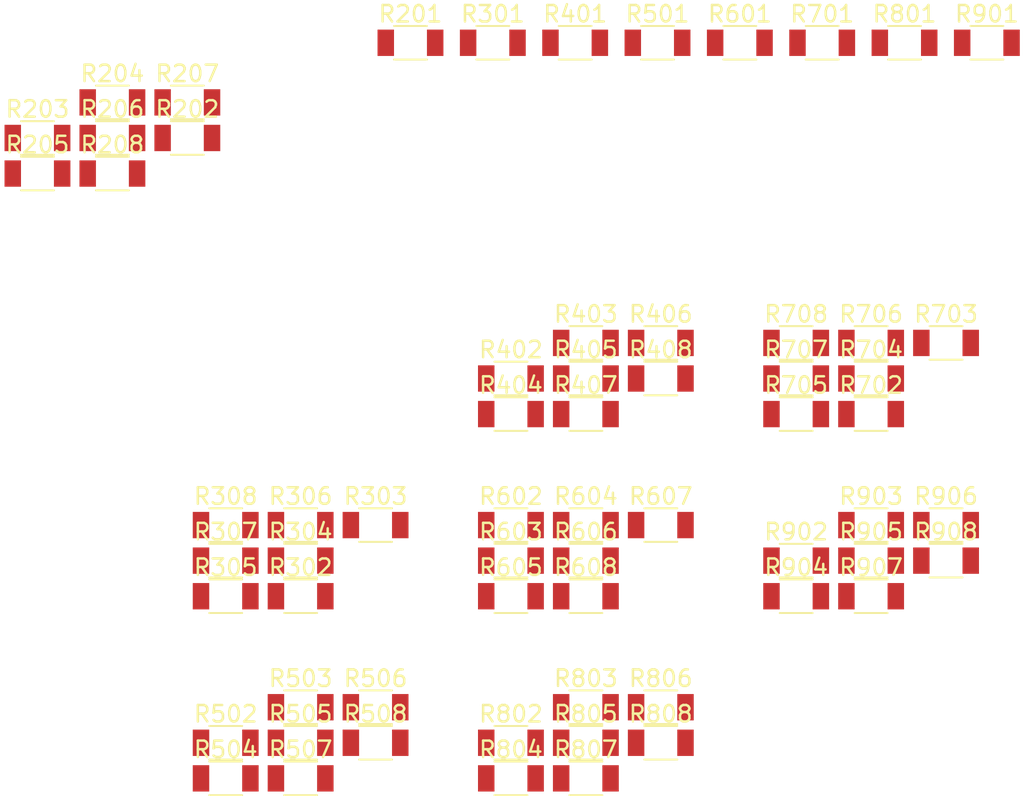
<source format=kicad_pcb>
(kicad_pcb (version 20171130) (host pcbnew "(5.1.0-rc2-4-g73f0b3087)")

  (general
    (thickness 1.6)
    (drawings 0)
    (tracks 0)
    (zones 0)
    (modules 64)
    (nets 129)
  )

  (page A4)
  (layers
    (0 F.Cu signal)
    (31 B.Cu signal)
    (32 B.Adhes user)
    (33 F.Adhes user)
    (34 B.Paste user)
    (35 F.Paste user)
    (36 B.SilkS user)
    (37 F.SilkS user)
    (38 B.Mask user)
    (39 F.Mask user)
    (40 Dwgs.User user)
    (41 Cmts.User user)
    (42 Eco1.User user)
    (43 Eco2.User user)
    (44 Edge.Cuts user)
    (45 Margin user)
    (46 B.CrtYd user)
    (47 F.CrtYd user)
    (48 B.Fab user hide)
    (49 F.Fab user hide)
  )

  (setup
    (last_trace_width 0.25)
    (trace_clearance 0.2)
    (zone_clearance 0.508)
    (zone_45_only no)
    (trace_min 0.2)
    (via_size 0.8)
    (via_drill 0.4)
    (via_min_size 0.4)
    (via_min_drill 0.3)
    (uvia_size 0.3)
    (uvia_drill 0.1)
    (uvias_allowed no)
    (uvia_min_size 0.2)
    (uvia_min_drill 0.1)
    (edge_width 0.15)
    (segment_width 0.2)
    (pcb_text_width 0.3)
    (pcb_text_size 1.5 1.5)
    (mod_edge_width 0.15)
    (mod_text_size 1 1)
    (mod_text_width 0.15)
    (pad_size 1.524 1.524)
    (pad_drill 0.762)
    (pad_to_mask_clearance 0.051)
    (solder_mask_min_width 0.25)
    (aux_axis_origin 0 0)
    (visible_elements 7FFFFF7F)
    (pcbplotparams
      (layerselection 0x010fc_ffffffff)
      (usegerberextensions false)
      (usegerberattributes false)
      (usegerberadvancedattributes false)
      (creategerberjobfile false)
      (excludeedgelayer true)
      (linewidth 0.100000)
      (plotframeref false)
      (viasonmask false)
      (mode 1)
      (useauxorigin false)
      (hpglpennumber 1)
      (hpglpenspeed 20)
      (hpglpendiameter 15.000000)
      (psnegative false)
      (psa4output false)
      (plotreference true)
      (plotvalue true)
      (plotinvisibletext false)
      (padsonsilk false)
      (subtractmaskfromsilk false)
      (outputformat 1)
      (mirror false)
      (drillshape 1)
      (scaleselection 1)
      (outputdirectory ""))
  )

  (net 0 "")
  (net 1 "Net-(R801-Pad1)")
  (net 2 "Net-(R801-Pad2)")
  (net 3 "Net-(R602-Pad2)")
  (net 4 "Net-(R602-Pad1)")
  (net 5 "Net-(R603-Pad1)")
  (net 6 "Net-(R603-Pad2)")
  (net 7 "Net-(R604-Pad2)")
  (net 8 "Net-(R604-Pad1)")
  (net 9 "Net-(R605-Pad1)")
  (net 10 "Net-(R605-Pad2)")
  (net 11 "Net-(R606-Pad2)")
  (net 12 "Net-(R606-Pad1)")
  (net 13 "Net-(R607-Pad1)")
  (net 14 "Net-(R607-Pad2)")
  (net 15 "Net-(R608-Pad2)")
  (net 16 "Net-(R608-Pad1)")
  (net 17 "Net-(R701-Pad1)")
  (net 18 "Net-(R701-Pad2)")
  (net 19 "Net-(R702-Pad2)")
  (net 20 "Net-(R702-Pad1)")
  (net 21 "Net-(R703-Pad1)")
  (net 22 "Net-(R703-Pad2)")
  (net 23 "Net-(R704-Pad2)")
  (net 24 "Net-(R704-Pad1)")
  (net 25 "Net-(R705-Pad1)")
  (net 26 "Net-(R705-Pad2)")
  (net 27 "Net-(R706-Pad2)")
  (net 28 "Net-(R706-Pad1)")
  (net 29 "Net-(R707-Pad1)")
  (net 30 "Net-(R707-Pad2)")
  (net 31 "Net-(R708-Pad2)")
  (net 32 "Net-(R708-Pad1)")
  (net 33 "Net-(R601-Pad1)")
  (net 34 "Net-(R601-Pad2)")
  (net 35 "Net-(R802-Pad2)")
  (net 36 "Net-(R802-Pad1)")
  (net 37 "Net-(R803-Pad1)")
  (net 38 "Net-(R803-Pad2)")
  (net 39 "Net-(R804-Pad2)")
  (net 40 "Net-(R804-Pad1)")
  (net 41 "Net-(R805-Pad1)")
  (net 42 "Net-(R805-Pad2)")
  (net 43 "Net-(R806-Pad2)")
  (net 44 "Net-(R806-Pad1)")
  (net 45 "Net-(R807-Pad1)")
  (net 46 "Net-(R807-Pad2)")
  (net 47 "Net-(R808-Pad2)")
  (net 48 "Net-(R808-Pad1)")
  (net 49 "Net-(R901-Pad1)")
  (net 50 "Net-(R901-Pad2)")
  (net 51 "Net-(R902-Pad2)")
  (net 52 "Net-(R902-Pad1)")
  (net 53 "Net-(R903-Pad1)")
  (net 54 "Net-(R903-Pad2)")
  (net 55 "Net-(R904-Pad2)")
  (net 56 "Net-(R904-Pad1)")
  (net 57 "Net-(R905-Pad1)")
  (net 58 "Net-(R905-Pad2)")
  (net 59 "Net-(R906-Pad2)")
  (net 60 "Net-(R906-Pad1)")
  (net 61 "Net-(R907-Pad1)")
  (net 62 "Net-(R907-Pad2)")
  (net 63 "Net-(R908-Pad2)")
  (net 64 "Net-(R908-Pad1)")
  (net 65 "Net-(R401-Pad1)")
  (net 66 "Net-(R401-Pad2)")
  (net 67 "Net-(R202-Pad2)")
  (net 68 "Net-(R202-Pad1)")
  (net 69 "Net-(R203-Pad1)")
  (net 70 "Net-(R203-Pad2)")
  (net 71 "Net-(R204-Pad2)")
  (net 72 "Net-(R204-Pad1)")
  (net 73 "Net-(R205-Pad1)")
  (net 74 "Net-(R205-Pad2)")
  (net 75 "Net-(R206-Pad2)")
  (net 76 "Net-(R206-Pad1)")
  (net 77 "Net-(R207-Pad1)")
  (net 78 "Net-(R207-Pad2)")
  (net 79 "Net-(R208-Pad2)")
  (net 80 "Net-(R208-Pad1)")
  (net 81 "Net-(R301-Pad1)")
  (net 82 "Net-(R301-Pad2)")
  (net 83 "Net-(R302-Pad2)")
  (net 84 "Net-(R302-Pad1)")
  (net 85 "Net-(R303-Pad1)")
  (net 86 "Net-(R303-Pad2)")
  (net 87 "Net-(R304-Pad2)")
  (net 88 "Net-(R304-Pad1)")
  (net 89 "Net-(R305-Pad1)")
  (net 90 "Net-(R305-Pad2)")
  (net 91 "Net-(R306-Pad2)")
  (net 92 "Net-(R306-Pad1)")
  (net 93 "Net-(R307-Pad1)")
  (net 94 "Net-(R307-Pad2)")
  (net 95 "Net-(R308-Pad2)")
  (net 96 "Net-(R308-Pad1)")
  (net 97 "Net-(R201-Pad1)")
  (net 98 "Net-(R201-Pad2)")
  (net 99 "Net-(R402-Pad2)")
  (net 100 "Net-(R402-Pad1)")
  (net 101 "Net-(R403-Pad1)")
  (net 102 "Net-(R403-Pad2)")
  (net 103 "Net-(R404-Pad2)")
  (net 104 "Net-(R404-Pad1)")
  (net 105 "Net-(R405-Pad1)")
  (net 106 "Net-(R405-Pad2)")
  (net 107 "Net-(R406-Pad2)")
  (net 108 "Net-(R406-Pad1)")
  (net 109 "Net-(R407-Pad1)")
  (net 110 "Net-(R407-Pad2)")
  (net 111 "Net-(R408-Pad2)")
  (net 112 "Net-(R408-Pad1)")
  (net 113 "Net-(R501-Pad1)")
  (net 114 "Net-(R501-Pad2)")
  (net 115 "Net-(R502-Pad2)")
  (net 116 "Net-(R502-Pad1)")
  (net 117 "Net-(R503-Pad1)")
  (net 118 "Net-(R503-Pad2)")
  (net 119 "Net-(R504-Pad2)")
  (net 120 "Net-(R504-Pad1)")
  (net 121 "Net-(R505-Pad1)")
  (net 122 "Net-(R505-Pad2)")
  (net 123 "Net-(R506-Pad2)")
  (net 124 "Net-(R506-Pad1)")
  (net 125 "Net-(R507-Pad1)")
  (net 126 "Net-(R507-Pad2)")
  (net 127 "Net-(R508-Pad2)")
  (net 128 "Net-(R508-Pad1)")

  (net_class Default "This is the default net class."
    (clearance 0.2)
    (trace_width 0.25)
    (via_dia 0.8)
    (via_drill 0.4)
    (uvia_dia 0.3)
    (uvia_drill 0.1)
    (add_net "Net-(R201-Pad1)")
    (add_net "Net-(R201-Pad2)")
    (add_net "Net-(R202-Pad1)")
    (add_net "Net-(R202-Pad2)")
    (add_net "Net-(R203-Pad1)")
    (add_net "Net-(R203-Pad2)")
    (add_net "Net-(R204-Pad1)")
    (add_net "Net-(R204-Pad2)")
    (add_net "Net-(R205-Pad1)")
    (add_net "Net-(R205-Pad2)")
    (add_net "Net-(R206-Pad1)")
    (add_net "Net-(R206-Pad2)")
    (add_net "Net-(R207-Pad1)")
    (add_net "Net-(R207-Pad2)")
    (add_net "Net-(R208-Pad1)")
    (add_net "Net-(R208-Pad2)")
    (add_net "Net-(R301-Pad1)")
    (add_net "Net-(R301-Pad2)")
    (add_net "Net-(R302-Pad1)")
    (add_net "Net-(R302-Pad2)")
    (add_net "Net-(R303-Pad1)")
    (add_net "Net-(R303-Pad2)")
    (add_net "Net-(R304-Pad1)")
    (add_net "Net-(R304-Pad2)")
    (add_net "Net-(R305-Pad1)")
    (add_net "Net-(R305-Pad2)")
    (add_net "Net-(R306-Pad1)")
    (add_net "Net-(R306-Pad2)")
    (add_net "Net-(R307-Pad1)")
    (add_net "Net-(R307-Pad2)")
    (add_net "Net-(R308-Pad1)")
    (add_net "Net-(R308-Pad2)")
    (add_net "Net-(R401-Pad1)")
    (add_net "Net-(R401-Pad2)")
    (add_net "Net-(R402-Pad1)")
    (add_net "Net-(R402-Pad2)")
    (add_net "Net-(R403-Pad1)")
    (add_net "Net-(R403-Pad2)")
    (add_net "Net-(R404-Pad1)")
    (add_net "Net-(R404-Pad2)")
    (add_net "Net-(R405-Pad1)")
    (add_net "Net-(R405-Pad2)")
    (add_net "Net-(R406-Pad1)")
    (add_net "Net-(R406-Pad2)")
    (add_net "Net-(R407-Pad1)")
    (add_net "Net-(R407-Pad2)")
    (add_net "Net-(R408-Pad1)")
    (add_net "Net-(R408-Pad2)")
    (add_net "Net-(R501-Pad1)")
    (add_net "Net-(R501-Pad2)")
    (add_net "Net-(R502-Pad1)")
    (add_net "Net-(R502-Pad2)")
    (add_net "Net-(R503-Pad1)")
    (add_net "Net-(R503-Pad2)")
    (add_net "Net-(R504-Pad1)")
    (add_net "Net-(R504-Pad2)")
    (add_net "Net-(R505-Pad1)")
    (add_net "Net-(R505-Pad2)")
    (add_net "Net-(R506-Pad1)")
    (add_net "Net-(R506-Pad2)")
    (add_net "Net-(R507-Pad1)")
    (add_net "Net-(R507-Pad2)")
    (add_net "Net-(R508-Pad1)")
    (add_net "Net-(R508-Pad2)")
    (add_net "Net-(R601-Pad1)")
    (add_net "Net-(R601-Pad2)")
    (add_net "Net-(R602-Pad1)")
    (add_net "Net-(R602-Pad2)")
    (add_net "Net-(R603-Pad1)")
    (add_net "Net-(R603-Pad2)")
    (add_net "Net-(R604-Pad1)")
    (add_net "Net-(R604-Pad2)")
    (add_net "Net-(R605-Pad1)")
    (add_net "Net-(R605-Pad2)")
    (add_net "Net-(R606-Pad1)")
    (add_net "Net-(R606-Pad2)")
    (add_net "Net-(R607-Pad1)")
    (add_net "Net-(R607-Pad2)")
    (add_net "Net-(R608-Pad1)")
    (add_net "Net-(R608-Pad2)")
    (add_net "Net-(R701-Pad1)")
    (add_net "Net-(R701-Pad2)")
    (add_net "Net-(R702-Pad1)")
    (add_net "Net-(R702-Pad2)")
    (add_net "Net-(R703-Pad1)")
    (add_net "Net-(R703-Pad2)")
    (add_net "Net-(R704-Pad1)")
    (add_net "Net-(R704-Pad2)")
    (add_net "Net-(R705-Pad1)")
    (add_net "Net-(R705-Pad2)")
    (add_net "Net-(R706-Pad1)")
    (add_net "Net-(R706-Pad2)")
    (add_net "Net-(R707-Pad1)")
    (add_net "Net-(R707-Pad2)")
    (add_net "Net-(R708-Pad1)")
    (add_net "Net-(R708-Pad2)")
    (add_net "Net-(R801-Pad1)")
    (add_net "Net-(R801-Pad2)")
    (add_net "Net-(R802-Pad1)")
    (add_net "Net-(R802-Pad2)")
    (add_net "Net-(R803-Pad1)")
    (add_net "Net-(R803-Pad2)")
    (add_net "Net-(R804-Pad1)")
    (add_net "Net-(R804-Pad2)")
    (add_net "Net-(R805-Pad1)")
    (add_net "Net-(R805-Pad2)")
    (add_net "Net-(R806-Pad1)")
    (add_net "Net-(R806-Pad2)")
    (add_net "Net-(R807-Pad1)")
    (add_net "Net-(R807-Pad2)")
    (add_net "Net-(R808-Pad1)")
    (add_net "Net-(R808-Pad2)")
    (add_net "Net-(R901-Pad1)")
    (add_net "Net-(R901-Pad2)")
    (add_net "Net-(R902-Pad1)")
    (add_net "Net-(R902-Pad2)")
    (add_net "Net-(R903-Pad1)")
    (add_net "Net-(R903-Pad2)")
    (add_net "Net-(R904-Pad1)")
    (add_net "Net-(R904-Pad2)")
    (add_net "Net-(R905-Pad1)")
    (add_net "Net-(R905-Pad2)")
    (add_net "Net-(R906-Pad1)")
    (add_net "Net-(R906-Pad2)")
    (add_net "Net-(R907-Pad1)")
    (add_net "Net-(R907-Pad2)")
    (add_net "Net-(R908-Pad1)")
    (add_net "Net-(R908-Pad2)")
  )

  (module Passives:R1206M (layer F.Cu) (tedit 5A956603) (tstamp 5C6977F7)
    (at 69.160001 72.350001)
    (descr "Capacitor SMD 1206, reflow soldering, AVX (see smccp.pdf)")
    (tags "capacitor 1206")
    (path /5C66F732/5C66F921)
    (attr smd)
    (fp_text reference R508 (at 0 -1.75) (layer F.SilkS)
      (effects (font (size 1 1) (thickness 0.15)))
    )
    (fp_text value 1k (at 0 2) (layer F.Fab) hide
      (effects (font (size 1 1) (thickness 0.15)))
    )
    (fp_line (start 2.25 1.05) (end -2.25 1.05) (layer F.CrtYd) (width 0.05))
    (fp_line (start 2.25 1.05) (end 2.25 -1.05) (layer F.CrtYd) (width 0.05))
    (fp_line (start -2.25 -1.05) (end -2.25 1.05) (layer F.CrtYd) (width 0.05))
    (fp_line (start -2.25 -1.05) (end 2.25 -1.05) (layer F.CrtYd) (width 0.05))
    (fp_line (start -1 1.02) (end 1 1.02) (layer F.SilkS) (width 0.12))
    (fp_line (start 1 -1.02) (end -1 -1.02) (layer F.SilkS) (width 0.12))
    (fp_line (start -1.6 -0.8) (end 1.6 -0.8) (layer F.Fab) (width 0.1))
    (fp_line (start 1.6 -0.8) (end 1.6 0.8) (layer F.Fab) (width 0.1))
    (fp_line (start 1.6 0.8) (end -1.6 0.8) (layer F.Fab) (width 0.1))
    (fp_line (start -1.6 0.8) (end -1.6 -0.8) (layer F.Fab) (width 0.1))
    (fp_text user %R (at 0 0) (layer F.Fab)
      (effects (font (size 0.5 0.5) (thickness 0.07)))
    )
    (pad 2 smd rect (at 1.5 0) (size 1 1.6) (layers F.Cu F.Paste F.Mask)
      (net 127 "Net-(R508-Pad2)"))
    (pad 1 smd rect (at -1.5 0) (size 1 1.6) (layers F.Cu F.Paste F.Mask)
      (net 128 "Net-(R508-Pad1)"))
    (model ${KISYS3DMOD}/Resistor_SMD.3dshapes/R_1206_3216Metric.wrl
      (at (xyz 0 0 0))
      (scale (xyz 1 1 1))
      (rotate (xyz 0 0 0))
    )
  )

  (module Passives:R1206M (layer F.Cu) (tedit 5A956603) (tstamp 5C6977E6)
    (at 64.610001 74.510001)
    (descr "Capacitor SMD 1206, reflow soldering, AVX (see smccp.pdf)")
    (tags "capacitor 1206")
    (path /5C66F732/5C66F8FB)
    (attr smd)
    (fp_text reference R507 (at 0 -1.75) (layer F.SilkS)
      (effects (font (size 1 1) (thickness 0.15)))
    )
    (fp_text value 1k (at 0 2) (layer F.Fab) hide
      (effects (font (size 1 1) (thickness 0.15)))
    )
    (fp_text user %R (at 0 0) (layer F.Fab)
      (effects (font (size 0.5 0.5) (thickness 0.07)))
    )
    (fp_line (start -1.6 0.8) (end -1.6 -0.8) (layer F.Fab) (width 0.1))
    (fp_line (start 1.6 0.8) (end -1.6 0.8) (layer F.Fab) (width 0.1))
    (fp_line (start 1.6 -0.8) (end 1.6 0.8) (layer F.Fab) (width 0.1))
    (fp_line (start -1.6 -0.8) (end 1.6 -0.8) (layer F.Fab) (width 0.1))
    (fp_line (start 1 -1.02) (end -1 -1.02) (layer F.SilkS) (width 0.12))
    (fp_line (start -1 1.02) (end 1 1.02) (layer F.SilkS) (width 0.12))
    (fp_line (start -2.25 -1.05) (end 2.25 -1.05) (layer F.CrtYd) (width 0.05))
    (fp_line (start -2.25 -1.05) (end -2.25 1.05) (layer F.CrtYd) (width 0.05))
    (fp_line (start 2.25 1.05) (end 2.25 -1.05) (layer F.CrtYd) (width 0.05))
    (fp_line (start 2.25 1.05) (end -2.25 1.05) (layer F.CrtYd) (width 0.05))
    (pad 1 smd rect (at -1.5 0) (size 1 1.6) (layers F.Cu F.Paste F.Mask)
      (net 125 "Net-(R507-Pad1)"))
    (pad 2 smd rect (at 1.5 0) (size 1 1.6) (layers F.Cu F.Paste F.Mask)
      (net 126 "Net-(R507-Pad2)"))
    (model ${KISYS3DMOD}/Resistor_SMD.3dshapes/R_1206_3216Metric.wrl
      (at (xyz 0 0 0))
      (scale (xyz 1 1 1))
      (rotate (xyz 0 0 0))
    )
  )

  (module Passives:R1206M (layer F.Cu) (tedit 5A956603) (tstamp 5C6977D5)
    (at 69.160001 70.190001)
    (descr "Capacitor SMD 1206, reflow soldering, AVX (see smccp.pdf)")
    (tags "capacitor 1206")
    (path /5C66F732/5C66F8D7)
    (attr smd)
    (fp_text reference R506 (at 0 -1.75) (layer F.SilkS)
      (effects (font (size 1 1) (thickness 0.15)))
    )
    (fp_text value 1k (at 0 2) (layer F.Fab) hide
      (effects (font (size 1 1) (thickness 0.15)))
    )
    (fp_line (start 2.25 1.05) (end -2.25 1.05) (layer F.CrtYd) (width 0.05))
    (fp_line (start 2.25 1.05) (end 2.25 -1.05) (layer F.CrtYd) (width 0.05))
    (fp_line (start -2.25 -1.05) (end -2.25 1.05) (layer F.CrtYd) (width 0.05))
    (fp_line (start -2.25 -1.05) (end 2.25 -1.05) (layer F.CrtYd) (width 0.05))
    (fp_line (start -1 1.02) (end 1 1.02) (layer F.SilkS) (width 0.12))
    (fp_line (start 1 -1.02) (end -1 -1.02) (layer F.SilkS) (width 0.12))
    (fp_line (start -1.6 -0.8) (end 1.6 -0.8) (layer F.Fab) (width 0.1))
    (fp_line (start 1.6 -0.8) (end 1.6 0.8) (layer F.Fab) (width 0.1))
    (fp_line (start 1.6 0.8) (end -1.6 0.8) (layer F.Fab) (width 0.1))
    (fp_line (start -1.6 0.8) (end -1.6 -0.8) (layer F.Fab) (width 0.1))
    (fp_text user %R (at 0 0) (layer F.Fab)
      (effects (font (size 0.5 0.5) (thickness 0.07)))
    )
    (pad 2 smd rect (at 1.5 0) (size 1 1.6) (layers F.Cu F.Paste F.Mask)
      (net 123 "Net-(R506-Pad2)"))
    (pad 1 smd rect (at -1.5 0) (size 1 1.6) (layers F.Cu F.Paste F.Mask)
      (net 124 "Net-(R506-Pad1)"))
    (model ${KISYS3DMOD}/Resistor_SMD.3dshapes/R_1206_3216Metric.wrl
      (at (xyz 0 0 0))
      (scale (xyz 1 1 1))
      (rotate (xyz 0 0 0))
    )
  )

  (module Passives:R1206M (layer F.Cu) (tedit 5A956603) (tstamp 5C6977C4)
    (at 64.610001 72.350001)
    (descr "Capacitor SMD 1206, reflow soldering, AVX (see smccp.pdf)")
    (tags "capacitor 1206")
    (path /5C66F732/5C66F897)
    (attr smd)
    (fp_text reference R505 (at 0 -1.75) (layer F.SilkS)
      (effects (font (size 1 1) (thickness 0.15)))
    )
    (fp_text value 1k (at 0 2) (layer F.Fab) hide
      (effects (font (size 1 1) (thickness 0.15)))
    )
    (fp_text user %R (at 0 0) (layer F.Fab)
      (effects (font (size 0.5 0.5) (thickness 0.07)))
    )
    (fp_line (start -1.6 0.8) (end -1.6 -0.8) (layer F.Fab) (width 0.1))
    (fp_line (start 1.6 0.8) (end -1.6 0.8) (layer F.Fab) (width 0.1))
    (fp_line (start 1.6 -0.8) (end 1.6 0.8) (layer F.Fab) (width 0.1))
    (fp_line (start -1.6 -0.8) (end 1.6 -0.8) (layer F.Fab) (width 0.1))
    (fp_line (start 1 -1.02) (end -1 -1.02) (layer F.SilkS) (width 0.12))
    (fp_line (start -1 1.02) (end 1 1.02) (layer F.SilkS) (width 0.12))
    (fp_line (start -2.25 -1.05) (end 2.25 -1.05) (layer F.CrtYd) (width 0.05))
    (fp_line (start -2.25 -1.05) (end -2.25 1.05) (layer F.CrtYd) (width 0.05))
    (fp_line (start 2.25 1.05) (end 2.25 -1.05) (layer F.CrtYd) (width 0.05))
    (fp_line (start 2.25 1.05) (end -2.25 1.05) (layer F.CrtYd) (width 0.05))
    (pad 1 smd rect (at -1.5 0) (size 1 1.6) (layers F.Cu F.Paste F.Mask)
      (net 121 "Net-(R505-Pad1)"))
    (pad 2 smd rect (at 1.5 0) (size 1 1.6) (layers F.Cu F.Paste F.Mask)
      (net 122 "Net-(R505-Pad2)"))
    (model ${KISYS3DMOD}/Resistor_SMD.3dshapes/R_1206_3216Metric.wrl
      (at (xyz 0 0 0))
      (scale (xyz 1 1 1))
      (rotate (xyz 0 0 0))
    )
  )

  (module Passives:R1206M (layer F.Cu) (tedit 5A956603) (tstamp 5C6977B3)
    (at 60.060001 74.510001)
    (descr "Capacitor SMD 1206, reflow soldering, AVX (see smccp.pdf)")
    (tags "capacitor 1206")
    (path /5C66F732/5C66F87B)
    (attr smd)
    (fp_text reference R504 (at 0 -1.75) (layer F.SilkS)
      (effects (font (size 1 1) (thickness 0.15)))
    )
    (fp_text value 1k (at 0 2) (layer F.Fab) hide
      (effects (font (size 1 1) (thickness 0.15)))
    )
    (fp_line (start 2.25 1.05) (end -2.25 1.05) (layer F.CrtYd) (width 0.05))
    (fp_line (start 2.25 1.05) (end 2.25 -1.05) (layer F.CrtYd) (width 0.05))
    (fp_line (start -2.25 -1.05) (end -2.25 1.05) (layer F.CrtYd) (width 0.05))
    (fp_line (start -2.25 -1.05) (end 2.25 -1.05) (layer F.CrtYd) (width 0.05))
    (fp_line (start -1 1.02) (end 1 1.02) (layer F.SilkS) (width 0.12))
    (fp_line (start 1 -1.02) (end -1 -1.02) (layer F.SilkS) (width 0.12))
    (fp_line (start -1.6 -0.8) (end 1.6 -0.8) (layer F.Fab) (width 0.1))
    (fp_line (start 1.6 -0.8) (end 1.6 0.8) (layer F.Fab) (width 0.1))
    (fp_line (start 1.6 0.8) (end -1.6 0.8) (layer F.Fab) (width 0.1))
    (fp_line (start -1.6 0.8) (end -1.6 -0.8) (layer F.Fab) (width 0.1))
    (fp_text user %R (at 0 0) (layer F.Fab)
      (effects (font (size 0.5 0.5) (thickness 0.07)))
    )
    (pad 2 smd rect (at 1.5 0) (size 1 1.6) (layers F.Cu F.Paste F.Mask)
      (net 119 "Net-(R504-Pad2)"))
    (pad 1 smd rect (at -1.5 0) (size 1 1.6) (layers F.Cu F.Paste F.Mask)
      (net 120 "Net-(R504-Pad1)"))
    (model ${KISYS3DMOD}/Resistor_SMD.3dshapes/R_1206_3216Metric.wrl
      (at (xyz 0 0 0))
      (scale (xyz 1 1 1))
      (rotate (xyz 0 0 0))
    )
  )

  (module Passives:R1206M (layer F.Cu) (tedit 5A956603) (tstamp 5C6977A2)
    (at 64.610001 70.190001)
    (descr "Capacitor SMD 1206, reflow soldering, AVX (see smccp.pdf)")
    (tags "capacitor 1206")
    (path /5C66F732/5C66F85D)
    (attr smd)
    (fp_text reference R503 (at 0 -1.75) (layer F.SilkS)
      (effects (font (size 1 1) (thickness 0.15)))
    )
    (fp_text value 1k (at 0 2) (layer F.Fab) hide
      (effects (font (size 1 1) (thickness 0.15)))
    )
    (fp_text user %R (at 0 0) (layer F.Fab)
      (effects (font (size 0.5 0.5) (thickness 0.07)))
    )
    (fp_line (start -1.6 0.8) (end -1.6 -0.8) (layer F.Fab) (width 0.1))
    (fp_line (start 1.6 0.8) (end -1.6 0.8) (layer F.Fab) (width 0.1))
    (fp_line (start 1.6 -0.8) (end 1.6 0.8) (layer F.Fab) (width 0.1))
    (fp_line (start -1.6 -0.8) (end 1.6 -0.8) (layer F.Fab) (width 0.1))
    (fp_line (start 1 -1.02) (end -1 -1.02) (layer F.SilkS) (width 0.12))
    (fp_line (start -1 1.02) (end 1 1.02) (layer F.SilkS) (width 0.12))
    (fp_line (start -2.25 -1.05) (end 2.25 -1.05) (layer F.CrtYd) (width 0.05))
    (fp_line (start -2.25 -1.05) (end -2.25 1.05) (layer F.CrtYd) (width 0.05))
    (fp_line (start 2.25 1.05) (end 2.25 -1.05) (layer F.CrtYd) (width 0.05))
    (fp_line (start 2.25 1.05) (end -2.25 1.05) (layer F.CrtYd) (width 0.05))
    (pad 1 smd rect (at -1.5 0) (size 1 1.6) (layers F.Cu F.Paste F.Mask)
      (net 117 "Net-(R503-Pad1)"))
    (pad 2 smd rect (at 1.5 0) (size 1 1.6) (layers F.Cu F.Paste F.Mask)
      (net 118 "Net-(R503-Pad2)"))
    (model ${KISYS3DMOD}/Resistor_SMD.3dshapes/R_1206_3216Metric.wrl
      (at (xyz 0 0 0))
      (scale (xyz 1 1 1))
      (rotate (xyz 0 0 0))
    )
  )

  (module Passives:R1206M (layer F.Cu) (tedit 5A956603) (tstamp 5C697791)
    (at 60.060001 72.350001)
    (descr "Capacitor SMD 1206, reflow soldering, AVX (see smccp.pdf)")
    (tags "capacitor 1206")
    (path /5C66F732/5C66F845)
    (attr smd)
    (fp_text reference R502 (at 0 -1.75) (layer F.SilkS)
      (effects (font (size 1 1) (thickness 0.15)))
    )
    (fp_text value 1k (at 0 2) (layer F.Fab) hide
      (effects (font (size 1 1) (thickness 0.15)))
    )
    (fp_line (start 2.25 1.05) (end -2.25 1.05) (layer F.CrtYd) (width 0.05))
    (fp_line (start 2.25 1.05) (end 2.25 -1.05) (layer F.CrtYd) (width 0.05))
    (fp_line (start -2.25 -1.05) (end -2.25 1.05) (layer F.CrtYd) (width 0.05))
    (fp_line (start -2.25 -1.05) (end 2.25 -1.05) (layer F.CrtYd) (width 0.05))
    (fp_line (start -1 1.02) (end 1 1.02) (layer F.SilkS) (width 0.12))
    (fp_line (start 1 -1.02) (end -1 -1.02) (layer F.SilkS) (width 0.12))
    (fp_line (start -1.6 -0.8) (end 1.6 -0.8) (layer F.Fab) (width 0.1))
    (fp_line (start 1.6 -0.8) (end 1.6 0.8) (layer F.Fab) (width 0.1))
    (fp_line (start 1.6 0.8) (end -1.6 0.8) (layer F.Fab) (width 0.1))
    (fp_line (start -1.6 0.8) (end -1.6 -0.8) (layer F.Fab) (width 0.1))
    (fp_text user %R (at 0 0) (layer F.Fab)
      (effects (font (size 0.5 0.5) (thickness 0.07)))
    )
    (pad 2 smd rect (at 1.5 0) (size 1 1.6) (layers F.Cu F.Paste F.Mask)
      (net 115 "Net-(R502-Pad2)"))
    (pad 1 smd rect (at -1.5 0) (size 1 1.6) (layers F.Cu F.Paste F.Mask)
      (net 116 "Net-(R502-Pad1)"))
    (model ${KISYS3DMOD}/Resistor_SMD.3dshapes/R_1206_3216Metric.wrl
      (at (xyz 0 0 0))
      (scale (xyz 1 1 1))
      (rotate (xyz 0 0 0))
    )
  )

  (module Passives:R1206M (layer F.Cu) (tedit 5A956603) (tstamp 5C697780)
    (at 86.28 29.845)
    (descr "Capacitor SMD 1206, reflow soldering, AVX (see smccp.pdf)")
    (tags "capacitor 1206")
    (path /5C66F732/5C66F7B3)
    (attr smd)
    (fp_text reference R501 (at 0 -1.75) (layer F.SilkS)
      (effects (font (size 1 1) (thickness 0.15)))
    )
    (fp_text value 1k (at 0 2) (layer F.Fab) hide
      (effects (font (size 1 1) (thickness 0.15)))
    )
    (fp_text user %R (at 0 0) (layer F.Fab)
      (effects (font (size 0.5 0.5) (thickness 0.07)))
    )
    (fp_line (start -1.6 0.8) (end -1.6 -0.8) (layer F.Fab) (width 0.1))
    (fp_line (start 1.6 0.8) (end -1.6 0.8) (layer F.Fab) (width 0.1))
    (fp_line (start 1.6 -0.8) (end 1.6 0.8) (layer F.Fab) (width 0.1))
    (fp_line (start -1.6 -0.8) (end 1.6 -0.8) (layer F.Fab) (width 0.1))
    (fp_line (start 1 -1.02) (end -1 -1.02) (layer F.SilkS) (width 0.12))
    (fp_line (start -1 1.02) (end 1 1.02) (layer F.SilkS) (width 0.12))
    (fp_line (start -2.25 -1.05) (end 2.25 -1.05) (layer F.CrtYd) (width 0.05))
    (fp_line (start -2.25 -1.05) (end -2.25 1.05) (layer F.CrtYd) (width 0.05))
    (fp_line (start 2.25 1.05) (end 2.25 -1.05) (layer F.CrtYd) (width 0.05))
    (fp_line (start 2.25 1.05) (end -2.25 1.05) (layer F.CrtYd) (width 0.05))
    (pad 1 smd rect (at -1.5 0) (size 1 1.6) (layers F.Cu F.Paste F.Mask)
      (net 113 "Net-(R501-Pad1)"))
    (pad 2 smd rect (at 1.5 0) (size 1 1.6) (layers F.Cu F.Paste F.Mask)
      (net 114 "Net-(R501-Pad2)"))
    (model ${KISYS3DMOD}/Resistor_SMD.3dshapes/R_1206_3216Metric.wrl
      (at (xyz 0 0 0))
      (scale (xyz 1 1 1))
      (rotate (xyz 0 0 0))
    )
  )

  (module Passives:R1206M (layer F.Cu) (tedit 5A956603) (tstamp 5C69776F)
    (at 86.480001 50.230001)
    (descr "Capacitor SMD 1206, reflow soldering, AVX (see smccp.pdf)")
    (tags "capacitor 1206")
    (path /5C66F730/5C66F921)
    (attr smd)
    (fp_text reference R408 (at 0 -1.75) (layer F.SilkS)
      (effects (font (size 1 1) (thickness 0.15)))
    )
    (fp_text value 1k (at 0 2) (layer F.Fab) hide
      (effects (font (size 1 1) (thickness 0.15)))
    )
    (fp_line (start 2.25 1.05) (end -2.25 1.05) (layer F.CrtYd) (width 0.05))
    (fp_line (start 2.25 1.05) (end 2.25 -1.05) (layer F.CrtYd) (width 0.05))
    (fp_line (start -2.25 -1.05) (end -2.25 1.05) (layer F.CrtYd) (width 0.05))
    (fp_line (start -2.25 -1.05) (end 2.25 -1.05) (layer F.CrtYd) (width 0.05))
    (fp_line (start -1 1.02) (end 1 1.02) (layer F.SilkS) (width 0.12))
    (fp_line (start 1 -1.02) (end -1 -1.02) (layer F.SilkS) (width 0.12))
    (fp_line (start -1.6 -0.8) (end 1.6 -0.8) (layer F.Fab) (width 0.1))
    (fp_line (start 1.6 -0.8) (end 1.6 0.8) (layer F.Fab) (width 0.1))
    (fp_line (start 1.6 0.8) (end -1.6 0.8) (layer F.Fab) (width 0.1))
    (fp_line (start -1.6 0.8) (end -1.6 -0.8) (layer F.Fab) (width 0.1))
    (fp_text user %R (at 0 0) (layer F.Fab)
      (effects (font (size 0.5 0.5) (thickness 0.07)))
    )
    (pad 2 smd rect (at 1.5 0) (size 1 1.6) (layers F.Cu F.Paste F.Mask)
      (net 111 "Net-(R408-Pad2)"))
    (pad 1 smd rect (at -1.5 0) (size 1 1.6) (layers F.Cu F.Paste F.Mask)
      (net 112 "Net-(R408-Pad1)"))
    (model ${KISYS3DMOD}/Resistor_SMD.3dshapes/R_1206_3216Metric.wrl
      (at (xyz 0 0 0))
      (scale (xyz 1 1 1))
      (rotate (xyz 0 0 0))
    )
  )

  (module Passives:R1206M (layer F.Cu) (tedit 5A956603) (tstamp 5C69775E)
    (at 81.930001 52.390001)
    (descr "Capacitor SMD 1206, reflow soldering, AVX (see smccp.pdf)")
    (tags "capacitor 1206")
    (path /5C66F730/5C66F8FB)
    (attr smd)
    (fp_text reference R407 (at 0 -1.75) (layer F.SilkS)
      (effects (font (size 1 1) (thickness 0.15)))
    )
    (fp_text value 1k (at 0 2) (layer F.Fab) hide
      (effects (font (size 1 1) (thickness 0.15)))
    )
    (fp_text user %R (at 0 0) (layer F.Fab)
      (effects (font (size 0.5 0.5) (thickness 0.07)))
    )
    (fp_line (start -1.6 0.8) (end -1.6 -0.8) (layer F.Fab) (width 0.1))
    (fp_line (start 1.6 0.8) (end -1.6 0.8) (layer F.Fab) (width 0.1))
    (fp_line (start 1.6 -0.8) (end 1.6 0.8) (layer F.Fab) (width 0.1))
    (fp_line (start -1.6 -0.8) (end 1.6 -0.8) (layer F.Fab) (width 0.1))
    (fp_line (start 1 -1.02) (end -1 -1.02) (layer F.SilkS) (width 0.12))
    (fp_line (start -1 1.02) (end 1 1.02) (layer F.SilkS) (width 0.12))
    (fp_line (start -2.25 -1.05) (end 2.25 -1.05) (layer F.CrtYd) (width 0.05))
    (fp_line (start -2.25 -1.05) (end -2.25 1.05) (layer F.CrtYd) (width 0.05))
    (fp_line (start 2.25 1.05) (end 2.25 -1.05) (layer F.CrtYd) (width 0.05))
    (fp_line (start 2.25 1.05) (end -2.25 1.05) (layer F.CrtYd) (width 0.05))
    (pad 1 smd rect (at -1.5 0) (size 1 1.6) (layers F.Cu F.Paste F.Mask)
      (net 109 "Net-(R407-Pad1)"))
    (pad 2 smd rect (at 1.5 0) (size 1 1.6) (layers F.Cu F.Paste F.Mask)
      (net 110 "Net-(R407-Pad2)"))
    (model ${KISYS3DMOD}/Resistor_SMD.3dshapes/R_1206_3216Metric.wrl
      (at (xyz 0 0 0))
      (scale (xyz 1 1 1))
      (rotate (xyz 0 0 0))
    )
  )

  (module Passives:R1206M (layer F.Cu) (tedit 5A956603) (tstamp 5C69774D)
    (at 86.480001 48.070001)
    (descr "Capacitor SMD 1206, reflow soldering, AVX (see smccp.pdf)")
    (tags "capacitor 1206")
    (path /5C66F730/5C66F8D7)
    (attr smd)
    (fp_text reference R406 (at 0 -1.75) (layer F.SilkS)
      (effects (font (size 1 1) (thickness 0.15)))
    )
    (fp_text value 1k (at 0 2) (layer F.Fab) hide
      (effects (font (size 1 1) (thickness 0.15)))
    )
    (fp_line (start 2.25 1.05) (end -2.25 1.05) (layer F.CrtYd) (width 0.05))
    (fp_line (start 2.25 1.05) (end 2.25 -1.05) (layer F.CrtYd) (width 0.05))
    (fp_line (start -2.25 -1.05) (end -2.25 1.05) (layer F.CrtYd) (width 0.05))
    (fp_line (start -2.25 -1.05) (end 2.25 -1.05) (layer F.CrtYd) (width 0.05))
    (fp_line (start -1 1.02) (end 1 1.02) (layer F.SilkS) (width 0.12))
    (fp_line (start 1 -1.02) (end -1 -1.02) (layer F.SilkS) (width 0.12))
    (fp_line (start -1.6 -0.8) (end 1.6 -0.8) (layer F.Fab) (width 0.1))
    (fp_line (start 1.6 -0.8) (end 1.6 0.8) (layer F.Fab) (width 0.1))
    (fp_line (start 1.6 0.8) (end -1.6 0.8) (layer F.Fab) (width 0.1))
    (fp_line (start -1.6 0.8) (end -1.6 -0.8) (layer F.Fab) (width 0.1))
    (fp_text user %R (at 0 0) (layer F.Fab)
      (effects (font (size 0.5 0.5) (thickness 0.07)))
    )
    (pad 2 smd rect (at 1.5 0) (size 1 1.6) (layers F.Cu F.Paste F.Mask)
      (net 107 "Net-(R406-Pad2)"))
    (pad 1 smd rect (at -1.5 0) (size 1 1.6) (layers F.Cu F.Paste F.Mask)
      (net 108 "Net-(R406-Pad1)"))
    (model ${KISYS3DMOD}/Resistor_SMD.3dshapes/R_1206_3216Metric.wrl
      (at (xyz 0 0 0))
      (scale (xyz 1 1 1))
      (rotate (xyz 0 0 0))
    )
  )

  (module Passives:R1206M (layer F.Cu) (tedit 5A956603) (tstamp 5C69773C)
    (at 81.930001 50.230001)
    (descr "Capacitor SMD 1206, reflow soldering, AVX (see smccp.pdf)")
    (tags "capacitor 1206")
    (path /5C66F730/5C66F897)
    (attr smd)
    (fp_text reference R405 (at 0 -1.75) (layer F.SilkS)
      (effects (font (size 1 1) (thickness 0.15)))
    )
    (fp_text value 1k (at 0 2) (layer F.Fab) hide
      (effects (font (size 1 1) (thickness 0.15)))
    )
    (fp_text user %R (at 0 0) (layer F.Fab)
      (effects (font (size 0.5 0.5) (thickness 0.07)))
    )
    (fp_line (start -1.6 0.8) (end -1.6 -0.8) (layer F.Fab) (width 0.1))
    (fp_line (start 1.6 0.8) (end -1.6 0.8) (layer F.Fab) (width 0.1))
    (fp_line (start 1.6 -0.8) (end 1.6 0.8) (layer F.Fab) (width 0.1))
    (fp_line (start -1.6 -0.8) (end 1.6 -0.8) (layer F.Fab) (width 0.1))
    (fp_line (start 1 -1.02) (end -1 -1.02) (layer F.SilkS) (width 0.12))
    (fp_line (start -1 1.02) (end 1 1.02) (layer F.SilkS) (width 0.12))
    (fp_line (start -2.25 -1.05) (end 2.25 -1.05) (layer F.CrtYd) (width 0.05))
    (fp_line (start -2.25 -1.05) (end -2.25 1.05) (layer F.CrtYd) (width 0.05))
    (fp_line (start 2.25 1.05) (end 2.25 -1.05) (layer F.CrtYd) (width 0.05))
    (fp_line (start 2.25 1.05) (end -2.25 1.05) (layer F.CrtYd) (width 0.05))
    (pad 1 smd rect (at -1.5 0) (size 1 1.6) (layers F.Cu F.Paste F.Mask)
      (net 105 "Net-(R405-Pad1)"))
    (pad 2 smd rect (at 1.5 0) (size 1 1.6) (layers F.Cu F.Paste F.Mask)
      (net 106 "Net-(R405-Pad2)"))
    (model ${KISYS3DMOD}/Resistor_SMD.3dshapes/R_1206_3216Metric.wrl
      (at (xyz 0 0 0))
      (scale (xyz 1 1 1))
      (rotate (xyz 0 0 0))
    )
  )

  (module Passives:R1206M (layer F.Cu) (tedit 5A956603) (tstamp 5C69772B)
    (at 77.380001 52.390001)
    (descr "Capacitor SMD 1206, reflow soldering, AVX (see smccp.pdf)")
    (tags "capacitor 1206")
    (path /5C66F730/5C66F87B)
    (attr smd)
    (fp_text reference R404 (at 0 -1.75) (layer F.SilkS)
      (effects (font (size 1 1) (thickness 0.15)))
    )
    (fp_text value 1k (at 0 2) (layer F.Fab) hide
      (effects (font (size 1 1) (thickness 0.15)))
    )
    (fp_line (start 2.25 1.05) (end -2.25 1.05) (layer F.CrtYd) (width 0.05))
    (fp_line (start 2.25 1.05) (end 2.25 -1.05) (layer F.CrtYd) (width 0.05))
    (fp_line (start -2.25 -1.05) (end -2.25 1.05) (layer F.CrtYd) (width 0.05))
    (fp_line (start -2.25 -1.05) (end 2.25 -1.05) (layer F.CrtYd) (width 0.05))
    (fp_line (start -1 1.02) (end 1 1.02) (layer F.SilkS) (width 0.12))
    (fp_line (start 1 -1.02) (end -1 -1.02) (layer F.SilkS) (width 0.12))
    (fp_line (start -1.6 -0.8) (end 1.6 -0.8) (layer F.Fab) (width 0.1))
    (fp_line (start 1.6 -0.8) (end 1.6 0.8) (layer F.Fab) (width 0.1))
    (fp_line (start 1.6 0.8) (end -1.6 0.8) (layer F.Fab) (width 0.1))
    (fp_line (start -1.6 0.8) (end -1.6 -0.8) (layer F.Fab) (width 0.1))
    (fp_text user %R (at 0 0) (layer F.Fab)
      (effects (font (size 0.5 0.5) (thickness 0.07)))
    )
    (pad 2 smd rect (at 1.5 0) (size 1 1.6) (layers F.Cu F.Paste F.Mask)
      (net 103 "Net-(R404-Pad2)"))
    (pad 1 smd rect (at -1.5 0) (size 1 1.6) (layers F.Cu F.Paste F.Mask)
      (net 104 "Net-(R404-Pad1)"))
    (model ${KISYS3DMOD}/Resistor_SMD.3dshapes/R_1206_3216Metric.wrl
      (at (xyz 0 0 0))
      (scale (xyz 1 1 1))
      (rotate (xyz 0 0 0))
    )
  )

  (module Passives:R1206M (layer F.Cu) (tedit 5A956603) (tstamp 5C69771A)
    (at 81.930001 48.070001)
    (descr "Capacitor SMD 1206, reflow soldering, AVX (see smccp.pdf)")
    (tags "capacitor 1206")
    (path /5C66F730/5C66F85D)
    (attr smd)
    (fp_text reference R403 (at 0 -1.75) (layer F.SilkS)
      (effects (font (size 1 1) (thickness 0.15)))
    )
    (fp_text value 1k (at 0 2) (layer F.Fab) hide
      (effects (font (size 1 1) (thickness 0.15)))
    )
    (fp_text user %R (at 0 0) (layer F.Fab)
      (effects (font (size 0.5 0.5) (thickness 0.07)))
    )
    (fp_line (start -1.6 0.8) (end -1.6 -0.8) (layer F.Fab) (width 0.1))
    (fp_line (start 1.6 0.8) (end -1.6 0.8) (layer F.Fab) (width 0.1))
    (fp_line (start 1.6 -0.8) (end 1.6 0.8) (layer F.Fab) (width 0.1))
    (fp_line (start -1.6 -0.8) (end 1.6 -0.8) (layer F.Fab) (width 0.1))
    (fp_line (start 1 -1.02) (end -1 -1.02) (layer F.SilkS) (width 0.12))
    (fp_line (start -1 1.02) (end 1 1.02) (layer F.SilkS) (width 0.12))
    (fp_line (start -2.25 -1.05) (end 2.25 -1.05) (layer F.CrtYd) (width 0.05))
    (fp_line (start -2.25 -1.05) (end -2.25 1.05) (layer F.CrtYd) (width 0.05))
    (fp_line (start 2.25 1.05) (end 2.25 -1.05) (layer F.CrtYd) (width 0.05))
    (fp_line (start 2.25 1.05) (end -2.25 1.05) (layer F.CrtYd) (width 0.05))
    (pad 1 smd rect (at -1.5 0) (size 1 1.6) (layers F.Cu F.Paste F.Mask)
      (net 101 "Net-(R403-Pad1)"))
    (pad 2 smd rect (at 1.5 0) (size 1 1.6) (layers F.Cu F.Paste F.Mask)
      (net 102 "Net-(R403-Pad2)"))
    (model ${KISYS3DMOD}/Resistor_SMD.3dshapes/R_1206_3216Metric.wrl
      (at (xyz 0 0 0))
      (scale (xyz 1 1 1))
      (rotate (xyz 0 0 0))
    )
  )

  (module Passives:R1206M (layer F.Cu) (tedit 5A956603) (tstamp 5C697709)
    (at 77.380001 50.230001)
    (descr "Capacitor SMD 1206, reflow soldering, AVX (see smccp.pdf)")
    (tags "capacitor 1206")
    (path /5C66F730/5C66F845)
    (attr smd)
    (fp_text reference R402 (at 0 -1.75) (layer F.SilkS)
      (effects (font (size 1 1) (thickness 0.15)))
    )
    (fp_text value 1k (at 0 2) (layer F.Fab) hide
      (effects (font (size 1 1) (thickness 0.15)))
    )
    (fp_line (start 2.25 1.05) (end -2.25 1.05) (layer F.CrtYd) (width 0.05))
    (fp_line (start 2.25 1.05) (end 2.25 -1.05) (layer F.CrtYd) (width 0.05))
    (fp_line (start -2.25 -1.05) (end -2.25 1.05) (layer F.CrtYd) (width 0.05))
    (fp_line (start -2.25 -1.05) (end 2.25 -1.05) (layer F.CrtYd) (width 0.05))
    (fp_line (start -1 1.02) (end 1 1.02) (layer F.SilkS) (width 0.12))
    (fp_line (start 1 -1.02) (end -1 -1.02) (layer F.SilkS) (width 0.12))
    (fp_line (start -1.6 -0.8) (end 1.6 -0.8) (layer F.Fab) (width 0.1))
    (fp_line (start 1.6 -0.8) (end 1.6 0.8) (layer F.Fab) (width 0.1))
    (fp_line (start 1.6 0.8) (end -1.6 0.8) (layer F.Fab) (width 0.1))
    (fp_line (start -1.6 0.8) (end -1.6 -0.8) (layer F.Fab) (width 0.1))
    (fp_text user %R (at 0 0) (layer F.Fab)
      (effects (font (size 0.5 0.5) (thickness 0.07)))
    )
    (pad 2 smd rect (at 1.5 0) (size 1 1.6) (layers F.Cu F.Paste F.Mask)
      (net 99 "Net-(R402-Pad2)"))
    (pad 1 smd rect (at -1.5 0) (size 1 1.6) (layers F.Cu F.Paste F.Mask)
      (net 100 "Net-(R402-Pad1)"))
    (model ${KISYS3DMOD}/Resistor_SMD.3dshapes/R_1206_3216Metric.wrl
      (at (xyz 0 0 0))
      (scale (xyz 1 1 1))
      (rotate (xyz 0 0 0))
    )
  )

  (module Passives:R1206M (layer F.Cu) (tedit 5A956603) (tstamp 5C6976F8)
    (at 71.28 29.845)
    (descr "Capacitor SMD 1206, reflow soldering, AVX (see smccp.pdf)")
    (tags "capacitor 1206")
    (path /5C66F70D/5C66F7B3)
    (attr smd)
    (fp_text reference R201 (at 0 -1.75) (layer F.SilkS)
      (effects (font (size 1 1) (thickness 0.15)))
    )
    (fp_text value 1k (at 0 2) (layer F.Fab) hide
      (effects (font (size 1 1) (thickness 0.15)))
    )
    (fp_text user %R (at 0 0) (layer F.Fab)
      (effects (font (size 0.5 0.5) (thickness 0.07)))
    )
    (fp_line (start -1.6 0.8) (end -1.6 -0.8) (layer F.Fab) (width 0.1))
    (fp_line (start 1.6 0.8) (end -1.6 0.8) (layer F.Fab) (width 0.1))
    (fp_line (start 1.6 -0.8) (end 1.6 0.8) (layer F.Fab) (width 0.1))
    (fp_line (start -1.6 -0.8) (end 1.6 -0.8) (layer F.Fab) (width 0.1))
    (fp_line (start 1 -1.02) (end -1 -1.02) (layer F.SilkS) (width 0.12))
    (fp_line (start -1 1.02) (end 1 1.02) (layer F.SilkS) (width 0.12))
    (fp_line (start -2.25 -1.05) (end 2.25 -1.05) (layer F.CrtYd) (width 0.05))
    (fp_line (start -2.25 -1.05) (end -2.25 1.05) (layer F.CrtYd) (width 0.05))
    (fp_line (start 2.25 1.05) (end 2.25 -1.05) (layer F.CrtYd) (width 0.05))
    (fp_line (start 2.25 1.05) (end -2.25 1.05) (layer F.CrtYd) (width 0.05))
    (pad 1 smd rect (at -1.5 0) (size 1 1.6) (layers F.Cu F.Paste F.Mask)
      (net 97 "Net-(R201-Pad1)"))
    (pad 2 smd rect (at 1.5 0) (size 1 1.6) (layers F.Cu F.Paste F.Mask)
      (net 98 "Net-(R201-Pad2)"))
    (model ${KISYS3DMOD}/Resistor_SMD.3dshapes/R_1206_3216Metric.wrl
      (at (xyz 0 0 0))
      (scale (xyz 1 1 1))
      (rotate (xyz 0 0 0))
    )
  )

  (module Passives:R1206M (layer F.Cu) (tedit 5A956603) (tstamp 5C6976E7)
    (at 60.060001 59.130001)
    (descr "Capacitor SMD 1206, reflow soldering, AVX (see smccp.pdf)")
    (tags "capacitor 1206")
    (path /5C66F723/5C66F921)
    (attr smd)
    (fp_text reference R308 (at 0 -1.75) (layer F.SilkS)
      (effects (font (size 1 1) (thickness 0.15)))
    )
    (fp_text value 1k (at 0 2) (layer F.Fab) hide
      (effects (font (size 1 1) (thickness 0.15)))
    )
    (fp_line (start 2.25 1.05) (end -2.25 1.05) (layer F.CrtYd) (width 0.05))
    (fp_line (start 2.25 1.05) (end 2.25 -1.05) (layer F.CrtYd) (width 0.05))
    (fp_line (start -2.25 -1.05) (end -2.25 1.05) (layer F.CrtYd) (width 0.05))
    (fp_line (start -2.25 -1.05) (end 2.25 -1.05) (layer F.CrtYd) (width 0.05))
    (fp_line (start -1 1.02) (end 1 1.02) (layer F.SilkS) (width 0.12))
    (fp_line (start 1 -1.02) (end -1 -1.02) (layer F.SilkS) (width 0.12))
    (fp_line (start -1.6 -0.8) (end 1.6 -0.8) (layer F.Fab) (width 0.1))
    (fp_line (start 1.6 -0.8) (end 1.6 0.8) (layer F.Fab) (width 0.1))
    (fp_line (start 1.6 0.8) (end -1.6 0.8) (layer F.Fab) (width 0.1))
    (fp_line (start -1.6 0.8) (end -1.6 -0.8) (layer F.Fab) (width 0.1))
    (fp_text user %R (at 0 0) (layer F.Fab)
      (effects (font (size 0.5 0.5) (thickness 0.07)))
    )
    (pad 2 smd rect (at 1.5 0) (size 1 1.6) (layers F.Cu F.Paste F.Mask)
      (net 95 "Net-(R308-Pad2)"))
    (pad 1 smd rect (at -1.5 0) (size 1 1.6) (layers F.Cu F.Paste F.Mask)
      (net 96 "Net-(R308-Pad1)"))
    (model ${KISYS3DMOD}/Resistor_SMD.3dshapes/R_1206_3216Metric.wrl
      (at (xyz 0 0 0))
      (scale (xyz 1 1 1))
      (rotate (xyz 0 0 0))
    )
  )

  (module Passives:R1206M (layer F.Cu) (tedit 5A956603) (tstamp 5C6976D6)
    (at 60.060001 61.290001)
    (descr "Capacitor SMD 1206, reflow soldering, AVX (see smccp.pdf)")
    (tags "capacitor 1206")
    (path /5C66F723/5C66F8FB)
    (attr smd)
    (fp_text reference R307 (at 0 -1.75) (layer F.SilkS)
      (effects (font (size 1 1) (thickness 0.15)))
    )
    (fp_text value 1k (at 0 2) (layer F.Fab) hide
      (effects (font (size 1 1) (thickness 0.15)))
    )
    (fp_text user %R (at 0 0) (layer F.Fab)
      (effects (font (size 0.5 0.5) (thickness 0.07)))
    )
    (fp_line (start -1.6 0.8) (end -1.6 -0.8) (layer F.Fab) (width 0.1))
    (fp_line (start 1.6 0.8) (end -1.6 0.8) (layer F.Fab) (width 0.1))
    (fp_line (start 1.6 -0.8) (end 1.6 0.8) (layer F.Fab) (width 0.1))
    (fp_line (start -1.6 -0.8) (end 1.6 -0.8) (layer F.Fab) (width 0.1))
    (fp_line (start 1 -1.02) (end -1 -1.02) (layer F.SilkS) (width 0.12))
    (fp_line (start -1 1.02) (end 1 1.02) (layer F.SilkS) (width 0.12))
    (fp_line (start -2.25 -1.05) (end 2.25 -1.05) (layer F.CrtYd) (width 0.05))
    (fp_line (start -2.25 -1.05) (end -2.25 1.05) (layer F.CrtYd) (width 0.05))
    (fp_line (start 2.25 1.05) (end 2.25 -1.05) (layer F.CrtYd) (width 0.05))
    (fp_line (start 2.25 1.05) (end -2.25 1.05) (layer F.CrtYd) (width 0.05))
    (pad 1 smd rect (at -1.5 0) (size 1 1.6) (layers F.Cu F.Paste F.Mask)
      (net 93 "Net-(R307-Pad1)"))
    (pad 2 smd rect (at 1.5 0) (size 1 1.6) (layers F.Cu F.Paste F.Mask)
      (net 94 "Net-(R307-Pad2)"))
    (model ${KISYS3DMOD}/Resistor_SMD.3dshapes/R_1206_3216Metric.wrl
      (at (xyz 0 0 0))
      (scale (xyz 1 1 1))
      (rotate (xyz 0 0 0))
    )
  )

  (module Passives:R1206M (layer F.Cu) (tedit 5A956603) (tstamp 5C6976C5)
    (at 64.610001 59.130001)
    (descr "Capacitor SMD 1206, reflow soldering, AVX (see smccp.pdf)")
    (tags "capacitor 1206")
    (path /5C66F723/5C66F8D7)
    (attr smd)
    (fp_text reference R306 (at 0 -1.75) (layer F.SilkS)
      (effects (font (size 1 1) (thickness 0.15)))
    )
    (fp_text value 1k (at 0 2) (layer F.Fab) hide
      (effects (font (size 1 1) (thickness 0.15)))
    )
    (fp_line (start 2.25 1.05) (end -2.25 1.05) (layer F.CrtYd) (width 0.05))
    (fp_line (start 2.25 1.05) (end 2.25 -1.05) (layer F.CrtYd) (width 0.05))
    (fp_line (start -2.25 -1.05) (end -2.25 1.05) (layer F.CrtYd) (width 0.05))
    (fp_line (start -2.25 -1.05) (end 2.25 -1.05) (layer F.CrtYd) (width 0.05))
    (fp_line (start -1 1.02) (end 1 1.02) (layer F.SilkS) (width 0.12))
    (fp_line (start 1 -1.02) (end -1 -1.02) (layer F.SilkS) (width 0.12))
    (fp_line (start -1.6 -0.8) (end 1.6 -0.8) (layer F.Fab) (width 0.1))
    (fp_line (start 1.6 -0.8) (end 1.6 0.8) (layer F.Fab) (width 0.1))
    (fp_line (start 1.6 0.8) (end -1.6 0.8) (layer F.Fab) (width 0.1))
    (fp_line (start -1.6 0.8) (end -1.6 -0.8) (layer F.Fab) (width 0.1))
    (fp_text user %R (at 0 0) (layer F.Fab)
      (effects (font (size 0.5 0.5) (thickness 0.07)))
    )
    (pad 2 smd rect (at 1.5 0) (size 1 1.6) (layers F.Cu F.Paste F.Mask)
      (net 91 "Net-(R306-Pad2)"))
    (pad 1 smd rect (at -1.5 0) (size 1 1.6) (layers F.Cu F.Paste F.Mask)
      (net 92 "Net-(R306-Pad1)"))
    (model ${KISYS3DMOD}/Resistor_SMD.3dshapes/R_1206_3216Metric.wrl
      (at (xyz 0 0 0))
      (scale (xyz 1 1 1))
      (rotate (xyz 0 0 0))
    )
  )

  (module Passives:R1206M (layer F.Cu) (tedit 5A956603) (tstamp 5C6976B4)
    (at 60.060001 63.450001)
    (descr "Capacitor SMD 1206, reflow soldering, AVX (see smccp.pdf)")
    (tags "capacitor 1206")
    (path /5C66F723/5C66F897)
    (attr smd)
    (fp_text reference R305 (at 0 -1.75) (layer F.SilkS)
      (effects (font (size 1 1) (thickness 0.15)))
    )
    (fp_text value 1k (at 0 2) (layer F.Fab) hide
      (effects (font (size 1 1) (thickness 0.15)))
    )
    (fp_text user %R (at 0 0) (layer F.Fab)
      (effects (font (size 0.5 0.5) (thickness 0.07)))
    )
    (fp_line (start -1.6 0.8) (end -1.6 -0.8) (layer F.Fab) (width 0.1))
    (fp_line (start 1.6 0.8) (end -1.6 0.8) (layer F.Fab) (width 0.1))
    (fp_line (start 1.6 -0.8) (end 1.6 0.8) (layer F.Fab) (width 0.1))
    (fp_line (start -1.6 -0.8) (end 1.6 -0.8) (layer F.Fab) (width 0.1))
    (fp_line (start 1 -1.02) (end -1 -1.02) (layer F.SilkS) (width 0.12))
    (fp_line (start -1 1.02) (end 1 1.02) (layer F.SilkS) (width 0.12))
    (fp_line (start -2.25 -1.05) (end 2.25 -1.05) (layer F.CrtYd) (width 0.05))
    (fp_line (start -2.25 -1.05) (end -2.25 1.05) (layer F.CrtYd) (width 0.05))
    (fp_line (start 2.25 1.05) (end 2.25 -1.05) (layer F.CrtYd) (width 0.05))
    (fp_line (start 2.25 1.05) (end -2.25 1.05) (layer F.CrtYd) (width 0.05))
    (pad 1 smd rect (at -1.5 0) (size 1 1.6) (layers F.Cu F.Paste F.Mask)
      (net 89 "Net-(R305-Pad1)"))
    (pad 2 smd rect (at 1.5 0) (size 1 1.6) (layers F.Cu F.Paste F.Mask)
      (net 90 "Net-(R305-Pad2)"))
    (model ${KISYS3DMOD}/Resistor_SMD.3dshapes/R_1206_3216Metric.wrl
      (at (xyz 0 0 0))
      (scale (xyz 1 1 1))
      (rotate (xyz 0 0 0))
    )
  )

  (module Passives:R1206M (layer F.Cu) (tedit 5A956603) (tstamp 5C6976A3)
    (at 64.610001 61.290001)
    (descr "Capacitor SMD 1206, reflow soldering, AVX (see smccp.pdf)")
    (tags "capacitor 1206")
    (path /5C66F723/5C66F87B)
    (attr smd)
    (fp_text reference R304 (at 0 -1.75) (layer F.SilkS)
      (effects (font (size 1 1) (thickness 0.15)))
    )
    (fp_text value 1k (at 0 2) (layer F.Fab) hide
      (effects (font (size 1 1) (thickness 0.15)))
    )
    (fp_line (start 2.25 1.05) (end -2.25 1.05) (layer F.CrtYd) (width 0.05))
    (fp_line (start 2.25 1.05) (end 2.25 -1.05) (layer F.CrtYd) (width 0.05))
    (fp_line (start -2.25 -1.05) (end -2.25 1.05) (layer F.CrtYd) (width 0.05))
    (fp_line (start -2.25 -1.05) (end 2.25 -1.05) (layer F.CrtYd) (width 0.05))
    (fp_line (start -1 1.02) (end 1 1.02) (layer F.SilkS) (width 0.12))
    (fp_line (start 1 -1.02) (end -1 -1.02) (layer F.SilkS) (width 0.12))
    (fp_line (start -1.6 -0.8) (end 1.6 -0.8) (layer F.Fab) (width 0.1))
    (fp_line (start 1.6 -0.8) (end 1.6 0.8) (layer F.Fab) (width 0.1))
    (fp_line (start 1.6 0.8) (end -1.6 0.8) (layer F.Fab) (width 0.1))
    (fp_line (start -1.6 0.8) (end -1.6 -0.8) (layer F.Fab) (width 0.1))
    (fp_text user %R (at 0 0) (layer F.Fab)
      (effects (font (size 0.5 0.5) (thickness 0.07)))
    )
    (pad 2 smd rect (at 1.5 0) (size 1 1.6) (layers F.Cu F.Paste F.Mask)
      (net 87 "Net-(R304-Pad2)"))
    (pad 1 smd rect (at -1.5 0) (size 1 1.6) (layers F.Cu F.Paste F.Mask)
      (net 88 "Net-(R304-Pad1)"))
    (model ${KISYS3DMOD}/Resistor_SMD.3dshapes/R_1206_3216Metric.wrl
      (at (xyz 0 0 0))
      (scale (xyz 1 1 1))
      (rotate (xyz 0 0 0))
    )
  )

  (module Passives:R1206M (layer F.Cu) (tedit 5A956603) (tstamp 5C697692)
    (at 69.160001 59.130001)
    (descr "Capacitor SMD 1206, reflow soldering, AVX (see smccp.pdf)")
    (tags "capacitor 1206")
    (path /5C66F723/5C66F85D)
    (attr smd)
    (fp_text reference R303 (at 0 -1.75) (layer F.SilkS)
      (effects (font (size 1 1) (thickness 0.15)))
    )
    (fp_text value 1k (at 0 2) (layer F.Fab) hide
      (effects (font (size 1 1) (thickness 0.15)))
    )
    (fp_text user %R (at 0 0) (layer F.Fab)
      (effects (font (size 0.5 0.5) (thickness 0.07)))
    )
    (fp_line (start -1.6 0.8) (end -1.6 -0.8) (layer F.Fab) (width 0.1))
    (fp_line (start 1.6 0.8) (end -1.6 0.8) (layer F.Fab) (width 0.1))
    (fp_line (start 1.6 -0.8) (end 1.6 0.8) (layer F.Fab) (width 0.1))
    (fp_line (start -1.6 -0.8) (end 1.6 -0.8) (layer F.Fab) (width 0.1))
    (fp_line (start 1 -1.02) (end -1 -1.02) (layer F.SilkS) (width 0.12))
    (fp_line (start -1 1.02) (end 1 1.02) (layer F.SilkS) (width 0.12))
    (fp_line (start -2.25 -1.05) (end 2.25 -1.05) (layer F.CrtYd) (width 0.05))
    (fp_line (start -2.25 -1.05) (end -2.25 1.05) (layer F.CrtYd) (width 0.05))
    (fp_line (start 2.25 1.05) (end 2.25 -1.05) (layer F.CrtYd) (width 0.05))
    (fp_line (start 2.25 1.05) (end -2.25 1.05) (layer F.CrtYd) (width 0.05))
    (pad 1 smd rect (at -1.5 0) (size 1 1.6) (layers F.Cu F.Paste F.Mask)
      (net 85 "Net-(R303-Pad1)"))
    (pad 2 smd rect (at 1.5 0) (size 1 1.6) (layers F.Cu F.Paste F.Mask)
      (net 86 "Net-(R303-Pad2)"))
    (model ${KISYS3DMOD}/Resistor_SMD.3dshapes/R_1206_3216Metric.wrl
      (at (xyz 0 0 0))
      (scale (xyz 1 1 1))
      (rotate (xyz 0 0 0))
    )
  )

  (module Passives:R1206M (layer F.Cu) (tedit 5A956603) (tstamp 5C697681)
    (at 64.610001 63.450001)
    (descr "Capacitor SMD 1206, reflow soldering, AVX (see smccp.pdf)")
    (tags "capacitor 1206")
    (path /5C66F723/5C66F845)
    (attr smd)
    (fp_text reference R302 (at 0 -1.75) (layer F.SilkS)
      (effects (font (size 1 1) (thickness 0.15)))
    )
    (fp_text value 1k (at 0 2) (layer F.Fab) hide
      (effects (font (size 1 1) (thickness 0.15)))
    )
    (fp_line (start 2.25 1.05) (end -2.25 1.05) (layer F.CrtYd) (width 0.05))
    (fp_line (start 2.25 1.05) (end 2.25 -1.05) (layer F.CrtYd) (width 0.05))
    (fp_line (start -2.25 -1.05) (end -2.25 1.05) (layer F.CrtYd) (width 0.05))
    (fp_line (start -2.25 -1.05) (end 2.25 -1.05) (layer F.CrtYd) (width 0.05))
    (fp_line (start -1 1.02) (end 1 1.02) (layer F.SilkS) (width 0.12))
    (fp_line (start 1 -1.02) (end -1 -1.02) (layer F.SilkS) (width 0.12))
    (fp_line (start -1.6 -0.8) (end 1.6 -0.8) (layer F.Fab) (width 0.1))
    (fp_line (start 1.6 -0.8) (end 1.6 0.8) (layer F.Fab) (width 0.1))
    (fp_line (start 1.6 0.8) (end -1.6 0.8) (layer F.Fab) (width 0.1))
    (fp_line (start -1.6 0.8) (end -1.6 -0.8) (layer F.Fab) (width 0.1))
    (fp_text user %R (at 0 0) (layer F.Fab)
      (effects (font (size 0.5 0.5) (thickness 0.07)))
    )
    (pad 2 smd rect (at 1.5 0) (size 1 1.6) (layers F.Cu F.Paste F.Mask)
      (net 83 "Net-(R302-Pad2)"))
    (pad 1 smd rect (at -1.5 0) (size 1 1.6) (layers F.Cu F.Paste F.Mask)
      (net 84 "Net-(R302-Pad1)"))
    (model ${KISYS3DMOD}/Resistor_SMD.3dshapes/R_1206_3216Metric.wrl
      (at (xyz 0 0 0))
      (scale (xyz 1 1 1))
      (rotate (xyz 0 0 0))
    )
  )

  (module Passives:R1206M (layer F.Cu) (tedit 5A956603) (tstamp 5C697670)
    (at 76.28 29.845)
    (descr "Capacitor SMD 1206, reflow soldering, AVX (see smccp.pdf)")
    (tags "capacitor 1206")
    (path /5C66F723/5C66F7B3)
    (attr smd)
    (fp_text reference R301 (at 0 -1.75) (layer F.SilkS)
      (effects (font (size 1 1) (thickness 0.15)))
    )
    (fp_text value 1k (at 0 2) (layer F.Fab) hide
      (effects (font (size 1 1) (thickness 0.15)))
    )
    (fp_text user %R (at 0 0) (layer F.Fab)
      (effects (font (size 0.5 0.5) (thickness 0.07)))
    )
    (fp_line (start -1.6 0.8) (end -1.6 -0.8) (layer F.Fab) (width 0.1))
    (fp_line (start 1.6 0.8) (end -1.6 0.8) (layer F.Fab) (width 0.1))
    (fp_line (start 1.6 -0.8) (end 1.6 0.8) (layer F.Fab) (width 0.1))
    (fp_line (start -1.6 -0.8) (end 1.6 -0.8) (layer F.Fab) (width 0.1))
    (fp_line (start 1 -1.02) (end -1 -1.02) (layer F.SilkS) (width 0.12))
    (fp_line (start -1 1.02) (end 1 1.02) (layer F.SilkS) (width 0.12))
    (fp_line (start -2.25 -1.05) (end 2.25 -1.05) (layer F.CrtYd) (width 0.05))
    (fp_line (start -2.25 -1.05) (end -2.25 1.05) (layer F.CrtYd) (width 0.05))
    (fp_line (start 2.25 1.05) (end 2.25 -1.05) (layer F.CrtYd) (width 0.05))
    (fp_line (start 2.25 1.05) (end -2.25 1.05) (layer F.CrtYd) (width 0.05))
    (pad 1 smd rect (at -1.5 0) (size 1 1.6) (layers F.Cu F.Paste F.Mask)
      (net 81 "Net-(R301-Pad1)"))
    (pad 2 smd rect (at 1.5 0) (size 1 1.6) (layers F.Cu F.Paste F.Mask)
      (net 82 "Net-(R301-Pad2)"))
    (model ${KISYS3DMOD}/Resistor_SMD.3dshapes/R_1206_3216Metric.wrl
      (at (xyz 0 0 0))
      (scale (xyz 1 1 1))
      (rotate (xyz 0 0 0))
    )
  )

  (module Passives:R1206M (layer F.Cu) (tedit 5A956603) (tstamp 5C69765F)
    (at 53.180001 37.785001)
    (descr "Capacitor SMD 1206, reflow soldering, AVX (see smccp.pdf)")
    (tags "capacitor 1206")
    (path /5C66F70D/5C66F921)
    (attr smd)
    (fp_text reference R208 (at 0 -1.75) (layer F.SilkS)
      (effects (font (size 1 1) (thickness 0.15)))
    )
    (fp_text value 1k (at 0 2) (layer F.Fab) hide
      (effects (font (size 1 1) (thickness 0.15)))
    )
    (fp_line (start 2.25 1.05) (end -2.25 1.05) (layer F.CrtYd) (width 0.05))
    (fp_line (start 2.25 1.05) (end 2.25 -1.05) (layer F.CrtYd) (width 0.05))
    (fp_line (start -2.25 -1.05) (end -2.25 1.05) (layer F.CrtYd) (width 0.05))
    (fp_line (start -2.25 -1.05) (end 2.25 -1.05) (layer F.CrtYd) (width 0.05))
    (fp_line (start -1 1.02) (end 1 1.02) (layer F.SilkS) (width 0.12))
    (fp_line (start 1 -1.02) (end -1 -1.02) (layer F.SilkS) (width 0.12))
    (fp_line (start -1.6 -0.8) (end 1.6 -0.8) (layer F.Fab) (width 0.1))
    (fp_line (start 1.6 -0.8) (end 1.6 0.8) (layer F.Fab) (width 0.1))
    (fp_line (start 1.6 0.8) (end -1.6 0.8) (layer F.Fab) (width 0.1))
    (fp_line (start -1.6 0.8) (end -1.6 -0.8) (layer F.Fab) (width 0.1))
    (fp_text user %R (at 0 0) (layer F.Fab)
      (effects (font (size 0.5 0.5) (thickness 0.07)))
    )
    (pad 2 smd rect (at 1.5 0) (size 1 1.6) (layers F.Cu F.Paste F.Mask)
      (net 79 "Net-(R208-Pad2)"))
    (pad 1 smd rect (at -1.5 0) (size 1 1.6) (layers F.Cu F.Paste F.Mask)
      (net 80 "Net-(R208-Pad1)"))
    (model ${KISYS3DMOD}/Resistor_SMD.3dshapes/R_1206_3216Metric.wrl
      (at (xyz 0 0 0))
      (scale (xyz 1 1 1))
      (rotate (xyz 0 0 0))
    )
  )

  (module Passives:R1206M (layer F.Cu) (tedit 5A956603) (tstamp 5C69764E)
    (at 57.730001 33.465001)
    (descr "Capacitor SMD 1206, reflow soldering, AVX (see smccp.pdf)")
    (tags "capacitor 1206")
    (path /5C66F70D/5C66F8FB)
    (attr smd)
    (fp_text reference R207 (at 0 -1.75) (layer F.SilkS)
      (effects (font (size 1 1) (thickness 0.15)))
    )
    (fp_text value 1k (at 0 2) (layer F.Fab) hide
      (effects (font (size 1 1) (thickness 0.15)))
    )
    (fp_text user %R (at 0 0) (layer F.Fab)
      (effects (font (size 0.5 0.5) (thickness 0.07)))
    )
    (fp_line (start -1.6 0.8) (end -1.6 -0.8) (layer F.Fab) (width 0.1))
    (fp_line (start 1.6 0.8) (end -1.6 0.8) (layer F.Fab) (width 0.1))
    (fp_line (start 1.6 -0.8) (end 1.6 0.8) (layer F.Fab) (width 0.1))
    (fp_line (start -1.6 -0.8) (end 1.6 -0.8) (layer F.Fab) (width 0.1))
    (fp_line (start 1 -1.02) (end -1 -1.02) (layer F.SilkS) (width 0.12))
    (fp_line (start -1 1.02) (end 1 1.02) (layer F.SilkS) (width 0.12))
    (fp_line (start -2.25 -1.05) (end 2.25 -1.05) (layer F.CrtYd) (width 0.05))
    (fp_line (start -2.25 -1.05) (end -2.25 1.05) (layer F.CrtYd) (width 0.05))
    (fp_line (start 2.25 1.05) (end 2.25 -1.05) (layer F.CrtYd) (width 0.05))
    (fp_line (start 2.25 1.05) (end -2.25 1.05) (layer F.CrtYd) (width 0.05))
    (pad 1 smd rect (at -1.5 0) (size 1 1.6) (layers F.Cu F.Paste F.Mask)
      (net 77 "Net-(R207-Pad1)"))
    (pad 2 smd rect (at 1.5 0) (size 1 1.6) (layers F.Cu F.Paste F.Mask)
      (net 78 "Net-(R207-Pad2)"))
    (model ${KISYS3DMOD}/Resistor_SMD.3dshapes/R_1206_3216Metric.wrl
      (at (xyz 0 0 0))
      (scale (xyz 1 1 1))
      (rotate (xyz 0 0 0))
    )
  )

  (module Passives:R1206M (layer F.Cu) (tedit 5A956603) (tstamp 5C69763D)
    (at 53.180001 35.625001)
    (descr "Capacitor SMD 1206, reflow soldering, AVX (see smccp.pdf)")
    (tags "capacitor 1206")
    (path /5C66F70D/5C66F8D7)
    (attr smd)
    (fp_text reference R206 (at 0 -1.75) (layer F.SilkS)
      (effects (font (size 1 1) (thickness 0.15)))
    )
    (fp_text value 1k (at 0 2) (layer F.Fab) hide
      (effects (font (size 1 1) (thickness 0.15)))
    )
    (fp_line (start 2.25 1.05) (end -2.25 1.05) (layer F.CrtYd) (width 0.05))
    (fp_line (start 2.25 1.05) (end 2.25 -1.05) (layer F.CrtYd) (width 0.05))
    (fp_line (start -2.25 -1.05) (end -2.25 1.05) (layer F.CrtYd) (width 0.05))
    (fp_line (start -2.25 -1.05) (end 2.25 -1.05) (layer F.CrtYd) (width 0.05))
    (fp_line (start -1 1.02) (end 1 1.02) (layer F.SilkS) (width 0.12))
    (fp_line (start 1 -1.02) (end -1 -1.02) (layer F.SilkS) (width 0.12))
    (fp_line (start -1.6 -0.8) (end 1.6 -0.8) (layer F.Fab) (width 0.1))
    (fp_line (start 1.6 -0.8) (end 1.6 0.8) (layer F.Fab) (width 0.1))
    (fp_line (start 1.6 0.8) (end -1.6 0.8) (layer F.Fab) (width 0.1))
    (fp_line (start -1.6 0.8) (end -1.6 -0.8) (layer F.Fab) (width 0.1))
    (fp_text user %R (at 0 0) (layer F.Fab)
      (effects (font (size 0.5 0.5) (thickness 0.07)))
    )
    (pad 2 smd rect (at 1.5 0) (size 1 1.6) (layers F.Cu F.Paste F.Mask)
      (net 75 "Net-(R206-Pad2)"))
    (pad 1 smd rect (at -1.5 0) (size 1 1.6) (layers F.Cu F.Paste F.Mask)
      (net 76 "Net-(R206-Pad1)"))
    (model ${KISYS3DMOD}/Resistor_SMD.3dshapes/R_1206_3216Metric.wrl
      (at (xyz 0 0 0))
      (scale (xyz 1 1 1))
      (rotate (xyz 0 0 0))
    )
  )

  (module Passives:R1206M (layer F.Cu) (tedit 5A956603) (tstamp 5C69762C)
    (at 48.630001 37.785001)
    (descr "Capacitor SMD 1206, reflow soldering, AVX (see smccp.pdf)")
    (tags "capacitor 1206")
    (path /5C66F70D/5C66F897)
    (attr smd)
    (fp_text reference R205 (at 0 -1.75) (layer F.SilkS)
      (effects (font (size 1 1) (thickness 0.15)))
    )
    (fp_text value 1k (at 0 2) (layer F.Fab) hide
      (effects (font (size 1 1) (thickness 0.15)))
    )
    (fp_text user %R (at 0 0) (layer F.Fab)
      (effects (font (size 0.5 0.5) (thickness 0.07)))
    )
    (fp_line (start -1.6 0.8) (end -1.6 -0.8) (layer F.Fab) (width 0.1))
    (fp_line (start 1.6 0.8) (end -1.6 0.8) (layer F.Fab) (width 0.1))
    (fp_line (start 1.6 -0.8) (end 1.6 0.8) (layer F.Fab) (width 0.1))
    (fp_line (start -1.6 -0.8) (end 1.6 -0.8) (layer F.Fab) (width 0.1))
    (fp_line (start 1 -1.02) (end -1 -1.02) (layer F.SilkS) (width 0.12))
    (fp_line (start -1 1.02) (end 1 1.02) (layer F.SilkS) (width 0.12))
    (fp_line (start -2.25 -1.05) (end 2.25 -1.05) (layer F.CrtYd) (width 0.05))
    (fp_line (start -2.25 -1.05) (end -2.25 1.05) (layer F.CrtYd) (width 0.05))
    (fp_line (start 2.25 1.05) (end 2.25 -1.05) (layer F.CrtYd) (width 0.05))
    (fp_line (start 2.25 1.05) (end -2.25 1.05) (layer F.CrtYd) (width 0.05))
    (pad 1 smd rect (at -1.5 0) (size 1 1.6) (layers F.Cu F.Paste F.Mask)
      (net 73 "Net-(R205-Pad1)"))
    (pad 2 smd rect (at 1.5 0) (size 1 1.6) (layers F.Cu F.Paste F.Mask)
      (net 74 "Net-(R205-Pad2)"))
    (model ${KISYS3DMOD}/Resistor_SMD.3dshapes/R_1206_3216Metric.wrl
      (at (xyz 0 0 0))
      (scale (xyz 1 1 1))
      (rotate (xyz 0 0 0))
    )
  )

  (module Passives:R1206M (layer F.Cu) (tedit 5A956603) (tstamp 5C69761B)
    (at 53.180001 33.465001)
    (descr "Capacitor SMD 1206, reflow soldering, AVX (see smccp.pdf)")
    (tags "capacitor 1206")
    (path /5C66F70D/5C66F87B)
    (attr smd)
    (fp_text reference R204 (at 0 -1.75) (layer F.SilkS)
      (effects (font (size 1 1) (thickness 0.15)))
    )
    (fp_text value 1k (at 0 2) (layer F.Fab) hide
      (effects (font (size 1 1) (thickness 0.15)))
    )
    (fp_line (start 2.25 1.05) (end -2.25 1.05) (layer F.CrtYd) (width 0.05))
    (fp_line (start 2.25 1.05) (end 2.25 -1.05) (layer F.CrtYd) (width 0.05))
    (fp_line (start -2.25 -1.05) (end -2.25 1.05) (layer F.CrtYd) (width 0.05))
    (fp_line (start -2.25 -1.05) (end 2.25 -1.05) (layer F.CrtYd) (width 0.05))
    (fp_line (start -1 1.02) (end 1 1.02) (layer F.SilkS) (width 0.12))
    (fp_line (start 1 -1.02) (end -1 -1.02) (layer F.SilkS) (width 0.12))
    (fp_line (start -1.6 -0.8) (end 1.6 -0.8) (layer F.Fab) (width 0.1))
    (fp_line (start 1.6 -0.8) (end 1.6 0.8) (layer F.Fab) (width 0.1))
    (fp_line (start 1.6 0.8) (end -1.6 0.8) (layer F.Fab) (width 0.1))
    (fp_line (start -1.6 0.8) (end -1.6 -0.8) (layer F.Fab) (width 0.1))
    (fp_text user %R (at 0 0) (layer F.Fab)
      (effects (font (size 0.5 0.5) (thickness 0.07)))
    )
    (pad 2 smd rect (at 1.5 0) (size 1 1.6) (layers F.Cu F.Paste F.Mask)
      (net 71 "Net-(R204-Pad2)"))
    (pad 1 smd rect (at -1.5 0) (size 1 1.6) (layers F.Cu F.Paste F.Mask)
      (net 72 "Net-(R204-Pad1)"))
    (model ${KISYS3DMOD}/Resistor_SMD.3dshapes/R_1206_3216Metric.wrl
      (at (xyz 0 0 0))
      (scale (xyz 1 1 1))
      (rotate (xyz 0 0 0))
    )
  )

  (module Passives:R1206M (layer F.Cu) (tedit 5A956603) (tstamp 5C69760A)
    (at 48.630001 35.625001)
    (descr "Capacitor SMD 1206, reflow soldering, AVX (see smccp.pdf)")
    (tags "capacitor 1206")
    (path /5C66F70D/5C66F85D)
    (attr smd)
    (fp_text reference R203 (at 0 -1.75) (layer F.SilkS)
      (effects (font (size 1 1) (thickness 0.15)))
    )
    (fp_text value 1k (at 0 2) (layer F.Fab) hide
      (effects (font (size 1 1) (thickness 0.15)))
    )
    (fp_text user %R (at 0 0) (layer F.Fab)
      (effects (font (size 0.5 0.5) (thickness 0.07)))
    )
    (fp_line (start -1.6 0.8) (end -1.6 -0.8) (layer F.Fab) (width 0.1))
    (fp_line (start 1.6 0.8) (end -1.6 0.8) (layer F.Fab) (width 0.1))
    (fp_line (start 1.6 -0.8) (end 1.6 0.8) (layer F.Fab) (width 0.1))
    (fp_line (start -1.6 -0.8) (end 1.6 -0.8) (layer F.Fab) (width 0.1))
    (fp_line (start 1 -1.02) (end -1 -1.02) (layer F.SilkS) (width 0.12))
    (fp_line (start -1 1.02) (end 1 1.02) (layer F.SilkS) (width 0.12))
    (fp_line (start -2.25 -1.05) (end 2.25 -1.05) (layer F.CrtYd) (width 0.05))
    (fp_line (start -2.25 -1.05) (end -2.25 1.05) (layer F.CrtYd) (width 0.05))
    (fp_line (start 2.25 1.05) (end 2.25 -1.05) (layer F.CrtYd) (width 0.05))
    (fp_line (start 2.25 1.05) (end -2.25 1.05) (layer F.CrtYd) (width 0.05))
    (pad 1 smd rect (at -1.5 0) (size 1 1.6) (layers F.Cu F.Paste F.Mask)
      (net 69 "Net-(R203-Pad1)"))
    (pad 2 smd rect (at 1.5 0) (size 1 1.6) (layers F.Cu F.Paste F.Mask)
      (net 70 "Net-(R203-Pad2)"))
    (model ${KISYS3DMOD}/Resistor_SMD.3dshapes/R_1206_3216Metric.wrl
      (at (xyz 0 0 0))
      (scale (xyz 1 1 1))
      (rotate (xyz 0 0 0))
    )
  )

  (module Passives:R1206M (layer F.Cu) (tedit 5A956603) (tstamp 5C6975F9)
    (at 57.730001 35.625001)
    (descr "Capacitor SMD 1206, reflow soldering, AVX (see smccp.pdf)")
    (tags "capacitor 1206")
    (path /5C66F70D/5C66F845)
    (attr smd)
    (fp_text reference R202 (at 0 -1.75) (layer F.SilkS)
      (effects (font (size 1 1) (thickness 0.15)))
    )
    (fp_text value 1k (at 0 2) (layer F.Fab) hide
      (effects (font (size 1 1) (thickness 0.15)))
    )
    (fp_line (start 2.25 1.05) (end -2.25 1.05) (layer F.CrtYd) (width 0.05))
    (fp_line (start 2.25 1.05) (end 2.25 -1.05) (layer F.CrtYd) (width 0.05))
    (fp_line (start -2.25 -1.05) (end -2.25 1.05) (layer F.CrtYd) (width 0.05))
    (fp_line (start -2.25 -1.05) (end 2.25 -1.05) (layer F.CrtYd) (width 0.05))
    (fp_line (start -1 1.02) (end 1 1.02) (layer F.SilkS) (width 0.12))
    (fp_line (start 1 -1.02) (end -1 -1.02) (layer F.SilkS) (width 0.12))
    (fp_line (start -1.6 -0.8) (end 1.6 -0.8) (layer F.Fab) (width 0.1))
    (fp_line (start 1.6 -0.8) (end 1.6 0.8) (layer F.Fab) (width 0.1))
    (fp_line (start 1.6 0.8) (end -1.6 0.8) (layer F.Fab) (width 0.1))
    (fp_line (start -1.6 0.8) (end -1.6 -0.8) (layer F.Fab) (width 0.1))
    (fp_text user %R (at 0 0) (layer F.Fab)
      (effects (font (size 0.5 0.5) (thickness 0.07)))
    )
    (pad 2 smd rect (at 1.5 0) (size 1 1.6) (layers F.Cu F.Paste F.Mask)
      (net 67 "Net-(R202-Pad2)"))
    (pad 1 smd rect (at -1.5 0) (size 1 1.6) (layers F.Cu F.Paste F.Mask)
      (net 68 "Net-(R202-Pad1)"))
    (model ${KISYS3DMOD}/Resistor_SMD.3dshapes/R_1206_3216Metric.wrl
      (at (xyz 0 0 0))
      (scale (xyz 1 1 1))
      (rotate (xyz 0 0 0))
    )
  )

  (module Passives:R1206M (layer F.Cu) (tedit 5A956603) (tstamp 5C6975E8)
    (at 81.28 29.845)
    (descr "Capacitor SMD 1206, reflow soldering, AVX (see smccp.pdf)")
    (tags "capacitor 1206")
    (path /5C66F730/5C66F7B3)
    (attr smd)
    (fp_text reference R401 (at 0 -1.75) (layer F.SilkS)
      (effects (font (size 1 1) (thickness 0.15)))
    )
    (fp_text value 1k (at 0 2) (layer F.Fab) hide
      (effects (font (size 1 1) (thickness 0.15)))
    )
    (fp_text user %R (at 0 0) (layer F.Fab)
      (effects (font (size 0.5 0.5) (thickness 0.07)))
    )
    (fp_line (start -1.6 0.8) (end -1.6 -0.8) (layer F.Fab) (width 0.1))
    (fp_line (start 1.6 0.8) (end -1.6 0.8) (layer F.Fab) (width 0.1))
    (fp_line (start 1.6 -0.8) (end 1.6 0.8) (layer F.Fab) (width 0.1))
    (fp_line (start -1.6 -0.8) (end 1.6 -0.8) (layer F.Fab) (width 0.1))
    (fp_line (start 1 -1.02) (end -1 -1.02) (layer F.SilkS) (width 0.12))
    (fp_line (start -1 1.02) (end 1 1.02) (layer F.SilkS) (width 0.12))
    (fp_line (start -2.25 -1.05) (end 2.25 -1.05) (layer F.CrtYd) (width 0.05))
    (fp_line (start -2.25 -1.05) (end -2.25 1.05) (layer F.CrtYd) (width 0.05))
    (fp_line (start 2.25 1.05) (end 2.25 -1.05) (layer F.CrtYd) (width 0.05))
    (fp_line (start 2.25 1.05) (end -2.25 1.05) (layer F.CrtYd) (width 0.05))
    (pad 1 smd rect (at -1.5 0) (size 1 1.6) (layers F.Cu F.Paste F.Mask)
      (net 65 "Net-(R401-Pad1)"))
    (pad 2 smd rect (at 1.5 0) (size 1 1.6) (layers F.Cu F.Paste F.Mask)
      (net 66 "Net-(R401-Pad2)"))
    (model ${KISYS3DMOD}/Resistor_SMD.3dshapes/R_1206_3216Metric.wrl
      (at (xyz 0 0 0))
      (scale (xyz 1 1 1))
      (rotate (xyz 0 0 0))
    )
  )

  (module Passives:R1206M (layer F.Cu) (tedit 5A956603) (tstamp 5C6975D7)
    (at 103.800001 61.290001)
    (descr "Capacitor SMD 1206, reflow soldering, AVX (see smccp.pdf)")
    (tags "capacitor 1206")
    (path /5C66F759/5C66F921)
    (attr smd)
    (fp_text reference R908 (at 0 -1.75) (layer F.SilkS)
      (effects (font (size 1 1) (thickness 0.15)))
    )
    (fp_text value 1k (at 0 2) (layer F.Fab) hide
      (effects (font (size 1 1) (thickness 0.15)))
    )
    (fp_line (start 2.25 1.05) (end -2.25 1.05) (layer F.CrtYd) (width 0.05))
    (fp_line (start 2.25 1.05) (end 2.25 -1.05) (layer F.CrtYd) (width 0.05))
    (fp_line (start -2.25 -1.05) (end -2.25 1.05) (layer F.CrtYd) (width 0.05))
    (fp_line (start -2.25 -1.05) (end 2.25 -1.05) (layer F.CrtYd) (width 0.05))
    (fp_line (start -1 1.02) (end 1 1.02) (layer F.SilkS) (width 0.12))
    (fp_line (start 1 -1.02) (end -1 -1.02) (layer F.SilkS) (width 0.12))
    (fp_line (start -1.6 -0.8) (end 1.6 -0.8) (layer F.Fab) (width 0.1))
    (fp_line (start 1.6 -0.8) (end 1.6 0.8) (layer F.Fab) (width 0.1))
    (fp_line (start 1.6 0.8) (end -1.6 0.8) (layer F.Fab) (width 0.1))
    (fp_line (start -1.6 0.8) (end -1.6 -0.8) (layer F.Fab) (width 0.1))
    (fp_text user %R (at 0 0) (layer F.Fab)
      (effects (font (size 0.5 0.5) (thickness 0.07)))
    )
    (pad 2 smd rect (at 1.5 0) (size 1 1.6) (layers F.Cu F.Paste F.Mask)
      (net 63 "Net-(R908-Pad2)"))
    (pad 1 smd rect (at -1.5 0) (size 1 1.6) (layers F.Cu F.Paste F.Mask)
      (net 64 "Net-(R908-Pad1)"))
    (model ${KISYS3DMOD}/Resistor_SMD.3dshapes/R_1206_3216Metric.wrl
      (at (xyz 0 0 0))
      (scale (xyz 1 1 1))
      (rotate (xyz 0 0 0))
    )
  )

  (module Passives:R1206M (layer F.Cu) (tedit 5A956603) (tstamp 5C6975C6)
    (at 99.250001 63.450001)
    (descr "Capacitor SMD 1206, reflow soldering, AVX (see smccp.pdf)")
    (tags "capacitor 1206")
    (path /5C66F759/5C66F8FB)
    (attr smd)
    (fp_text reference R907 (at 0 -1.75) (layer F.SilkS)
      (effects (font (size 1 1) (thickness 0.15)))
    )
    (fp_text value 1k (at 0 2) (layer F.Fab) hide
      (effects (font (size 1 1) (thickness 0.15)))
    )
    (fp_text user %R (at 0 0) (layer F.Fab)
      (effects (font (size 0.5 0.5) (thickness 0.07)))
    )
    (fp_line (start -1.6 0.8) (end -1.6 -0.8) (layer F.Fab) (width 0.1))
    (fp_line (start 1.6 0.8) (end -1.6 0.8) (layer F.Fab) (width 0.1))
    (fp_line (start 1.6 -0.8) (end 1.6 0.8) (layer F.Fab) (width 0.1))
    (fp_line (start -1.6 -0.8) (end 1.6 -0.8) (layer F.Fab) (width 0.1))
    (fp_line (start 1 -1.02) (end -1 -1.02) (layer F.SilkS) (width 0.12))
    (fp_line (start -1 1.02) (end 1 1.02) (layer F.SilkS) (width 0.12))
    (fp_line (start -2.25 -1.05) (end 2.25 -1.05) (layer F.CrtYd) (width 0.05))
    (fp_line (start -2.25 -1.05) (end -2.25 1.05) (layer F.CrtYd) (width 0.05))
    (fp_line (start 2.25 1.05) (end 2.25 -1.05) (layer F.CrtYd) (width 0.05))
    (fp_line (start 2.25 1.05) (end -2.25 1.05) (layer F.CrtYd) (width 0.05))
    (pad 1 smd rect (at -1.5 0) (size 1 1.6) (layers F.Cu F.Paste F.Mask)
      (net 61 "Net-(R907-Pad1)"))
    (pad 2 smd rect (at 1.5 0) (size 1 1.6) (layers F.Cu F.Paste F.Mask)
      (net 62 "Net-(R907-Pad2)"))
    (model ${KISYS3DMOD}/Resistor_SMD.3dshapes/R_1206_3216Metric.wrl
      (at (xyz 0 0 0))
      (scale (xyz 1 1 1))
      (rotate (xyz 0 0 0))
    )
  )

  (module Passives:R1206M (layer F.Cu) (tedit 5A956603) (tstamp 5C6975B5)
    (at 103.800001 59.130001)
    (descr "Capacitor SMD 1206, reflow soldering, AVX (see smccp.pdf)")
    (tags "capacitor 1206")
    (path /5C66F759/5C66F8D7)
    (attr smd)
    (fp_text reference R906 (at 0 -1.75) (layer F.SilkS)
      (effects (font (size 1 1) (thickness 0.15)))
    )
    (fp_text value 1k (at 0 2) (layer F.Fab) hide
      (effects (font (size 1 1) (thickness 0.15)))
    )
    (fp_line (start 2.25 1.05) (end -2.25 1.05) (layer F.CrtYd) (width 0.05))
    (fp_line (start 2.25 1.05) (end 2.25 -1.05) (layer F.CrtYd) (width 0.05))
    (fp_line (start -2.25 -1.05) (end -2.25 1.05) (layer F.CrtYd) (width 0.05))
    (fp_line (start -2.25 -1.05) (end 2.25 -1.05) (layer F.CrtYd) (width 0.05))
    (fp_line (start -1 1.02) (end 1 1.02) (layer F.SilkS) (width 0.12))
    (fp_line (start 1 -1.02) (end -1 -1.02) (layer F.SilkS) (width 0.12))
    (fp_line (start -1.6 -0.8) (end 1.6 -0.8) (layer F.Fab) (width 0.1))
    (fp_line (start 1.6 -0.8) (end 1.6 0.8) (layer F.Fab) (width 0.1))
    (fp_line (start 1.6 0.8) (end -1.6 0.8) (layer F.Fab) (width 0.1))
    (fp_line (start -1.6 0.8) (end -1.6 -0.8) (layer F.Fab) (width 0.1))
    (fp_text user %R (at 0 0) (layer F.Fab)
      (effects (font (size 0.5 0.5) (thickness 0.07)))
    )
    (pad 2 smd rect (at 1.5 0) (size 1 1.6) (layers F.Cu F.Paste F.Mask)
      (net 59 "Net-(R906-Pad2)"))
    (pad 1 smd rect (at -1.5 0) (size 1 1.6) (layers F.Cu F.Paste F.Mask)
      (net 60 "Net-(R906-Pad1)"))
    (model ${KISYS3DMOD}/Resistor_SMD.3dshapes/R_1206_3216Metric.wrl
      (at (xyz 0 0 0))
      (scale (xyz 1 1 1))
      (rotate (xyz 0 0 0))
    )
  )

  (module Passives:R1206M (layer F.Cu) (tedit 5A956603) (tstamp 5C6975A4)
    (at 99.250001 61.290001)
    (descr "Capacitor SMD 1206, reflow soldering, AVX (see smccp.pdf)")
    (tags "capacitor 1206")
    (path /5C66F759/5C66F897)
    (attr smd)
    (fp_text reference R905 (at 0 -1.75) (layer F.SilkS)
      (effects (font (size 1 1) (thickness 0.15)))
    )
    (fp_text value 1k (at 0 2) (layer F.Fab) hide
      (effects (font (size 1 1) (thickness 0.15)))
    )
    (fp_text user %R (at 0 0) (layer F.Fab)
      (effects (font (size 0.5 0.5) (thickness 0.07)))
    )
    (fp_line (start -1.6 0.8) (end -1.6 -0.8) (layer F.Fab) (width 0.1))
    (fp_line (start 1.6 0.8) (end -1.6 0.8) (layer F.Fab) (width 0.1))
    (fp_line (start 1.6 -0.8) (end 1.6 0.8) (layer F.Fab) (width 0.1))
    (fp_line (start -1.6 -0.8) (end 1.6 -0.8) (layer F.Fab) (width 0.1))
    (fp_line (start 1 -1.02) (end -1 -1.02) (layer F.SilkS) (width 0.12))
    (fp_line (start -1 1.02) (end 1 1.02) (layer F.SilkS) (width 0.12))
    (fp_line (start -2.25 -1.05) (end 2.25 -1.05) (layer F.CrtYd) (width 0.05))
    (fp_line (start -2.25 -1.05) (end -2.25 1.05) (layer F.CrtYd) (width 0.05))
    (fp_line (start 2.25 1.05) (end 2.25 -1.05) (layer F.CrtYd) (width 0.05))
    (fp_line (start 2.25 1.05) (end -2.25 1.05) (layer F.CrtYd) (width 0.05))
    (pad 1 smd rect (at -1.5 0) (size 1 1.6) (layers F.Cu F.Paste F.Mask)
      (net 57 "Net-(R905-Pad1)"))
    (pad 2 smd rect (at 1.5 0) (size 1 1.6) (layers F.Cu F.Paste F.Mask)
      (net 58 "Net-(R905-Pad2)"))
    (model ${KISYS3DMOD}/Resistor_SMD.3dshapes/R_1206_3216Metric.wrl
      (at (xyz 0 0 0))
      (scale (xyz 1 1 1))
      (rotate (xyz 0 0 0))
    )
  )

  (module Passives:R1206M (layer F.Cu) (tedit 5A956603) (tstamp 5C697593)
    (at 94.700001 63.450001)
    (descr "Capacitor SMD 1206, reflow soldering, AVX (see smccp.pdf)")
    (tags "capacitor 1206")
    (path /5C66F759/5C66F87B)
    (attr smd)
    (fp_text reference R904 (at 0 -1.75) (layer F.SilkS)
      (effects (font (size 1 1) (thickness 0.15)))
    )
    (fp_text value 1k (at 0 2) (layer F.Fab) hide
      (effects (font (size 1 1) (thickness 0.15)))
    )
    (fp_line (start 2.25 1.05) (end -2.25 1.05) (layer F.CrtYd) (width 0.05))
    (fp_line (start 2.25 1.05) (end 2.25 -1.05) (layer F.CrtYd) (width 0.05))
    (fp_line (start -2.25 -1.05) (end -2.25 1.05) (layer F.CrtYd) (width 0.05))
    (fp_line (start -2.25 -1.05) (end 2.25 -1.05) (layer F.CrtYd) (width 0.05))
    (fp_line (start -1 1.02) (end 1 1.02) (layer F.SilkS) (width 0.12))
    (fp_line (start 1 -1.02) (end -1 -1.02) (layer F.SilkS) (width 0.12))
    (fp_line (start -1.6 -0.8) (end 1.6 -0.8) (layer F.Fab) (width 0.1))
    (fp_line (start 1.6 -0.8) (end 1.6 0.8) (layer F.Fab) (width 0.1))
    (fp_line (start 1.6 0.8) (end -1.6 0.8) (layer F.Fab) (width 0.1))
    (fp_line (start -1.6 0.8) (end -1.6 -0.8) (layer F.Fab) (width 0.1))
    (fp_text user %R (at 0 0) (layer F.Fab)
      (effects (font (size 0.5 0.5) (thickness 0.07)))
    )
    (pad 2 smd rect (at 1.5 0) (size 1 1.6) (layers F.Cu F.Paste F.Mask)
      (net 55 "Net-(R904-Pad2)"))
    (pad 1 smd rect (at -1.5 0) (size 1 1.6) (layers F.Cu F.Paste F.Mask)
      (net 56 "Net-(R904-Pad1)"))
    (model ${KISYS3DMOD}/Resistor_SMD.3dshapes/R_1206_3216Metric.wrl
      (at (xyz 0 0 0))
      (scale (xyz 1 1 1))
      (rotate (xyz 0 0 0))
    )
  )

  (module Passives:R1206M (layer F.Cu) (tedit 5A956603) (tstamp 5C697582)
    (at 99.250001 59.130001)
    (descr "Capacitor SMD 1206, reflow soldering, AVX (see smccp.pdf)")
    (tags "capacitor 1206")
    (path /5C66F759/5C66F85D)
    (attr smd)
    (fp_text reference R903 (at 0 -1.75) (layer F.SilkS)
      (effects (font (size 1 1) (thickness 0.15)))
    )
    (fp_text value 1k (at 0 2) (layer F.Fab) hide
      (effects (font (size 1 1) (thickness 0.15)))
    )
    (fp_text user %R (at 0 0) (layer F.Fab)
      (effects (font (size 0.5 0.5) (thickness 0.07)))
    )
    (fp_line (start -1.6 0.8) (end -1.6 -0.8) (layer F.Fab) (width 0.1))
    (fp_line (start 1.6 0.8) (end -1.6 0.8) (layer F.Fab) (width 0.1))
    (fp_line (start 1.6 -0.8) (end 1.6 0.8) (layer F.Fab) (width 0.1))
    (fp_line (start -1.6 -0.8) (end 1.6 -0.8) (layer F.Fab) (width 0.1))
    (fp_line (start 1 -1.02) (end -1 -1.02) (layer F.SilkS) (width 0.12))
    (fp_line (start -1 1.02) (end 1 1.02) (layer F.SilkS) (width 0.12))
    (fp_line (start -2.25 -1.05) (end 2.25 -1.05) (layer F.CrtYd) (width 0.05))
    (fp_line (start -2.25 -1.05) (end -2.25 1.05) (layer F.CrtYd) (width 0.05))
    (fp_line (start 2.25 1.05) (end 2.25 -1.05) (layer F.CrtYd) (width 0.05))
    (fp_line (start 2.25 1.05) (end -2.25 1.05) (layer F.CrtYd) (width 0.05))
    (pad 1 smd rect (at -1.5 0) (size 1 1.6) (layers F.Cu F.Paste F.Mask)
      (net 53 "Net-(R903-Pad1)"))
    (pad 2 smd rect (at 1.5 0) (size 1 1.6) (layers F.Cu F.Paste F.Mask)
      (net 54 "Net-(R903-Pad2)"))
    (model ${KISYS3DMOD}/Resistor_SMD.3dshapes/R_1206_3216Metric.wrl
      (at (xyz 0 0 0))
      (scale (xyz 1 1 1))
      (rotate (xyz 0 0 0))
    )
  )

  (module Passives:R1206M (layer F.Cu) (tedit 5A956603) (tstamp 5C697571)
    (at 94.700001 61.290001)
    (descr "Capacitor SMD 1206, reflow soldering, AVX (see smccp.pdf)")
    (tags "capacitor 1206")
    (path /5C66F759/5C66F845)
    (attr smd)
    (fp_text reference R902 (at 0 -1.75) (layer F.SilkS)
      (effects (font (size 1 1) (thickness 0.15)))
    )
    (fp_text value 1k (at 0 2) (layer F.Fab) hide
      (effects (font (size 1 1) (thickness 0.15)))
    )
    (fp_line (start 2.25 1.05) (end -2.25 1.05) (layer F.CrtYd) (width 0.05))
    (fp_line (start 2.25 1.05) (end 2.25 -1.05) (layer F.CrtYd) (width 0.05))
    (fp_line (start -2.25 -1.05) (end -2.25 1.05) (layer F.CrtYd) (width 0.05))
    (fp_line (start -2.25 -1.05) (end 2.25 -1.05) (layer F.CrtYd) (width 0.05))
    (fp_line (start -1 1.02) (end 1 1.02) (layer F.SilkS) (width 0.12))
    (fp_line (start 1 -1.02) (end -1 -1.02) (layer F.SilkS) (width 0.12))
    (fp_line (start -1.6 -0.8) (end 1.6 -0.8) (layer F.Fab) (width 0.1))
    (fp_line (start 1.6 -0.8) (end 1.6 0.8) (layer F.Fab) (width 0.1))
    (fp_line (start 1.6 0.8) (end -1.6 0.8) (layer F.Fab) (width 0.1))
    (fp_line (start -1.6 0.8) (end -1.6 -0.8) (layer F.Fab) (width 0.1))
    (fp_text user %R (at 0 0) (layer F.Fab)
      (effects (font (size 0.5 0.5) (thickness 0.07)))
    )
    (pad 2 smd rect (at 1.5 0) (size 1 1.6) (layers F.Cu F.Paste F.Mask)
      (net 51 "Net-(R902-Pad2)"))
    (pad 1 smd rect (at -1.5 0) (size 1 1.6) (layers F.Cu F.Paste F.Mask)
      (net 52 "Net-(R902-Pad1)"))
    (model ${KISYS3DMOD}/Resistor_SMD.3dshapes/R_1206_3216Metric.wrl
      (at (xyz 0 0 0))
      (scale (xyz 1 1 1))
      (rotate (xyz 0 0 0))
    )
  )

  (module Passives:R1206M (layer F.Cu) (tedit 5A956603) (tstamp 5C697560)
    (at 106.28 29.845)
    (descr "Capacitor SMD 1206, reflow soldering, AVX (see smccp.pdf)")
    (tags "capacitor 1206")
    (path /5C66F759/5C66F7B3)
    (attr smd)
    (fp_text reference R901 (at 0 -1.75) (layer F.SilkS)
      (effects (font (size 1 1) (thickness 0.15)))
    )
    (fp_text value 1k (at 0 2) (layer F.Fab) hide
      (effects (font (size 1 1) (thickness 0.15)))
    )
    (fp_text user %R (at 0 0) (layer F.Fab)
      (effects (font (size 0.5 0.5) (thickness 0.07)))
    )
    (fp_line (start -1.6 0.8) (end -1.6 -0.8) (layer F.Fab) (width 0.1))
    (fp_line (start 1.6 0.8) (end -1.6 0.8) (layer F.Fab) (width 0.1))
    (fp_line (start 1.6 -0.8) (end 1.6 0.8) (layer F.Fab) (width 0.1))
    (fp_line (start -1.6 -0.8) (end 1.6 -0.8) (layer F.Fab) (width 0.1))
    (fp_line (start 1 -1.02) (end -1 -1.02) (layer F.SilkS) (width 0.12))
    (fp_line (start -1 1.02) (end 1 1.02) (layer F.SilkS) (width 0.12))
    (fp_line (start -2.25 -1.05) (end 2.25 -1.05) (layer F.CrtYd) (width 0.05))
    (fp_line (start -2.25 -1.05) (end -2.25 1.05) (layer F.CrtYd) (width 0.05))
    (fp_line (start 2.25 1.05) (end 2.25 -1.05) (layer F.CrtYd) (width 0.05))
    (fp_line (start 2.25 1.05) (end -2.25 1.05) (layer F.CrtYd) (width 0.05))
    (pad 1 smd rect (at -1.5 0) (size 1 1.6) (layers F.Cu F.Paste F.Mask)
      (net 49 "Net-(R901-Pad1)"))
    (pad 2 smd rect (at 1.5 0) (size 1 1.6) (layers F.Cu F.Paste F.Mask)
      (net 50 "Net-(R901-Pad2)"))
    (model ${KISYS3DMOD}/Resistor_SMD.3dshapes/R_1206_3216Metric.wrl
      (at (xyz 0 0 0))
      (scale (xyz 1 1 1))
      (rotate (xyz 0 0 0))
    )
  )

  (module Passives:R1206M (layer F.Cu) (tedit 5A956603) (tstamp 5C69754F)
    (at 86.480001 72.350001)
    (descr "Capacitor SMD 1206, reflow soldering, AVX (see smccp.pdf)")
    (tags "capacitor 1206")
    (path /5C66F757/5C66F921)
    (attr smd)
    (fp_text reference R808 (at 0 -1.75) (layer F.SilkS)
      (effects (font (size 1 1) (thickness 0.15)))
    )
    (fp_text value 1k (at 0 2) (layer F.Fab) hide
      (effects (font (size 1 1) (thickness 0.15)))
    )
    (fp_line (start 2.25 1.05) (end -2.25 1.05) (layer F.CrtYd) (width 0.05))
    (fp_line (start 2.25 1.05) (end 2.25 -1.05) (layer F.CrtYd) (width 0.05))
    (fp_line (start -2.25 -1.05) (end -2.25 1.05) (layer F.CrtYd) (width 0.05))
    (fp_line (start -2.25 -1.05) (end 2.25 -1.05) (layer F.CrtYd) (width 0.05))
    (fp_line (start -1 1.02) (end 1 1.02) (layer F.SilkS) (width 0.12))
    (fp_line (start 1 -1.02) (end -1 -1.02) (layer F.SilkS) (width 0.12))
    (fp_line (start -1.6 -0.8) (end 1.6 -0.8) (layer F.Fab) (width 0.1))
    (fp_line (start 1.6 -0.8) (end 1.6 0.8) (layer F.Fab) (width 0.1))
    (fp_line (start 1.6 0.8) (end -1.6 0.8) (layer F.Fab) (width 0.1))
    (fp_line (start -1.6 0.8) (end -1.6 -0.8) (layer F.Fab) (width 0.1))
    (fp_text user %R (at 0 0) (layer F.Fab)
      (effects (font (size 0.5 0.5) (thickness 0.07)))
    )
    (pad 2 smd rect (at 1.5 0) (size 1 1.6) (layers F.Cu F.Paste F.Mask)
      (net 47 "Net-(R808-Pad2)"))
    (pad 1 smd rect (at -1.5 0) (size 1 1.6) (layers F.Cu F.Paste F.Mask)
      (net 48 "Net-(R808-Pad1)"))
    (model ${KISYS3DMOD}/Resistor_SMD.3dshapes/R_1206_3216Metric.wrl
      (at (xyz 0 0 0))
      (scale (xyz 1 1 1))
      (rotate (xyz 0 0 0))
    )
  )

  (module Passives:R1206M (layer F.Cu) (tedit 5A956603) (tstamp 5C69753E)
    (at 81.930001 74.510001)
    (descr "Capacitor SMD 1206, reflow soldering, AVX (see smccp.pdf)")
    (tags "capacitor 1206")
    (path /5C66F757/5C66F8FB)
    (attr smd)
    (fp_text reference R807 (at 0 -1.75) (layer F.SilkS)
      (effects (font (size 1 1) (thickness 0.15)))
    )
    (fp_text value 1k (at 0 2) (layer F.Fab) hide
      (effects (font (size 1 1) (thickness 0.15)))
    )
    (fp_text user %R (at 0 0) (layer F.Fab)
      (effects (font (size 0.5 0.5) (thickness 0.07)))
    )
    (fp_line (start -1.6 0.8) (end -1.6 -0.8) (layer F.Fab) (width 0.1))
    (fp_line (start 1.6 0.8) (end -1.6 0.8) (layer F.Fab) (width 0.1))
    (fp_line (start 1.6 -0.8) (end 1.6 0.8) (layer F.Fab) (width 0.1))
    (fp_line (start -1.6 -0.8) (end 1.6 -0.8) (layer F.Fab) (width 0.1))
    (fp_line (start 1 -1.02) (end -1 -1.02) (layer F.SilkS) (width 0.12))
    (fp_line (start -1 1.02) (end 1 1.02) (layer F.SilkS) (width 0.12))
    (fp_line (start -2.25 -1.05) (end 2.25 -1.05) (layer F.CrtYd) (width 0.05))
    (fp_line (start -2.25 -1.05) (end -2.25 1.05) (layer F.CrtYd) (width 0.05))
    (fp_line (start 2.25 1.05) (end 2.25 -1.05) (layer F.CrtYd) (width 0.05))
    (fp_line (start 2.25 1.05) (end -2.25 1.05) (layer F.CrtYd) (width 0.05))
    (pad 1 smd rect (at -1.5 0) (size 1 1.6) (layers F.Cu F.Paste F.Mask)
      (net 45 "Net-(R807-Pad1)"))
    (pad 2 smd rect (at 1.5 0) (size 1 1.6) (layers F.Cu F.Paste F.Mask)
      (net 46 "Net-(R807-Pad2)"))
    (model ${KISYS3DMOD}/Resistor_SMD.3dshapes/R_1206_3216Metric.wrl
      (at (xyz 0 0 0))
      (scale (xyz 1 1 1))
      (rotate (xyz 0 0 0))
    )
  )

  (module Passives:R1206M (layer F.Cu) (tedit 5A956603) (tstamp 5C69752D)
    (at 86.480001 70.190001)
    (descr "Capacitor SMD 1206, reflow soldering, AVX (see smccp.pdf)")
    (tags "capacitor 1206")
    (path /5C66F757/5C66F8D7)
    (attr smd)
    (fp_text reference R806 (at 0 -1.75) (layer F.SilkS)
      (effects (font (size 1 1) (thickness 0.15)))
    )
    (fp_text value 1k (at 0 2) (layer F.Fab) hide
      (effects (font (size 1 1) (thickness 0.15)))
    )
    (fp_line (start 2.25 1.05) (end -2.25 1.05) (layer F.CrtYd) (width 0.05))
    (fp_line (start 2.25 1.05) (end 2.25 -1.05) (layer F.CrtYd) (width 0.05))
    (fp_line (start -2.25 -1.05) (end -2.25 1.05) (layer F.CrtYd) (width 0.05))
    (fp_line (start -2.25 -1.05) (end 2.25 -1.05) (layer F.CrtYd) (width 0.05))
    (fp_line (start -1 1.02) (end 1 1.02) (layer F.SilkS) (width 0.12))
    (fp_line (start 1 -1.02) (end -1 -1.02) (layer F.SilkS) (width 0.12))
    (fp_line (start -1.6 -0.8) (end 1.6 -0.8) (layer F.Fab) (width 0.1))
    (fp_line (start 1.6 -0.8) (end 1.6 0.8) (layer F.Fab) (width 0.1))
    (fp_line (start 1.6 0.8) (end -1.6 0.8) (layer F.Fab) (width 0.1))
    (fp_line (start -1.6 0.8) (end -1.6 -0.8) (layer F.Fab) (width 0.1))
    (fp_text user %R (at 0 0) (layer F.Fab)
      (effects (font (size 0.5 0.5) (thickness 0.07)))
    )
    (pad 2 smd rect (at 1.5 0) (size 1 1.6) (layers F.Cu F.Paste F.Mask)
      (net 43 "Net-(R806-Pad2)"))
    (pad 1 smd rect (at -1.5 0) (size 1 1.6) (layers F.Cu F.Paste F.Mask)
      (net 44 "Net-(R806-Pad1)"))
    (model ${KISYS3DMOD}/Resistor_SMD.3dshapes/R_1206_3216Metric.wrl
      (at (xyz 0 0 0))
      (scale (xyz 1 1 1))
      (rotate (xyz 0 0 0))
    )
  )

  (module Passives:R1206M (layer F.Cu) (tedit 5A956603) (tstamp 5C69751C)
    (at 81.930001 72.350001)
    (descr "Capacitor SMD 1206, reflow soldering, AVX (see smccp.pdf)")
    (tags "capacitor 1206")
    (path /5C66F757/5C66F897)
    (attr smd)
    (fp_text reference R805 (at 0 -1.75) (layer F.SilkS)
      (effects (font (size 1 1) (thickness 0.15)))
    )
    (fp_text value 1k (at 0 2) (layer F.Fab) hide
      (effects (font (size 1 1) (thickness 0.15)))
    )
    (fp_text user %R (at 0 0) (layer F.Fab)
      (effects (font (size 0.5 0.5) (thickness 0.07)))
    )
    (fp_line (start -1.6 0.8) (end -1.6 -0.8) (layer F.Fab) (width 0.1))
    (fp_line (start 1.6 0.8) (end -1.6 0.8) (layer F.Fab) (width 0.1))
    (fp_line (start 1.6 -0.8) (end 1.6 0.8) (layer F.Fab) (width 0.1))
    (fp_line (start -1.6 -0.8) (end 1.6 -0.8) (layer F.Fab) (width 0.1))
    (fp_line (start 1 -1.02) (end -1 -1.02) (layer F.SilkS) (width 0.12))
    (fp_line (start -1 1.02) (end 1 1.02) (layer F.SilkS) (width 0.12))
    (fp_line (start -2.25 -1.05) (end 2.25 -1.05) (layer F.CrtYd) (width 0.05))
    (fp_line (start -2.25 -1.05) (end -2.25 1.05) (layer F.CrtYd) (width 0.05))
    (fp_line (start 2.25 1.05) (end 2.25 -1.05) (layer F.CrtYd) (width 0.05))
    (fp_line (start 2.25 1.05) (end -2.25 1.05) (layer F.CrtYd) (width 0.05))
    (pad 1 smd rect (at -1.5 0) (size 1 1.6) (layers F.Cu F.Paste F.Mask)
      (net 41 "Net-(R805-Pad1)"))
    (pad 2 smd rect (at 1.5 0) (size 1 1.6) (layers F.Cu F.Paste F.Mask)
      (net 42 "Net-(R805-Pad2)"))
    (model ${KISYS3DMOD}/Resistor_SMD.3dshapes/R_1206_3216Metric.wrl
      (at (xyz 0 0 0))
      (scale (xyz 1 1 1))
      (rotate (xyz 0 0 0))
    )
  )

  (module Passives:R1206M (layer F.Cu) (tedit 5A956603) (tstamp 5C69750B)
    (at 77.380001 74.510001)
    (descr "Capacitor SMD 1206, reflow soldering, AVX (see smccp.pdf)")
    (tags "capacitor 1206")
    (path /5C66F757/5C66F87B)
    (attr smd)
    (fp_text reference R804 (at 0 -1.75) (layer F.SilkS)
      (effects (font (size 1 1) (thickness 0.15)))
    )
    (fp_text value 1k (at 0 2) (layer F.Fab) hide
      (effects (font (size 1 1) (thickness 0.15)))
    )
    (fp_line (start 2.25 1.05) (end -2.25 1.05) (layer F.CrtYd) (width 0.05))
    (fp_line (start 2.25 1.05) (end 2.25 -1.05) (layer F.CrtYd) (width 0.05))
    (fp_line (start -2.25 -1.05) (end -2.25 1.05) (layer F.CrtYd) (width 0.05))
    (fp_line (start -2.25 -1.05) (end 2.25 -1.05) (layer F.CrtYd) (width 0.05))
    (fp_line (start -1 1.02) (end 1 1.02) (layer F.SilkS) (width 0.12))
    (fp_line (start 1 -1.02) (end -1 -1.02) (layer F.SilkS) (width 0.12))
    (fp_line (start -1.6 -0.8) (end 1.6 -0.8) (layer F.Fab) (width 0.1))
    (fp_line (start 1.6 -0.8) (end 1.6 0.8) (layer F.Fab) (width 0.1))
    (fp_line (start 1.6 0.8) (end -1.6 0.8) (layer F.Fab) (width 0.1))
    (fp_line (start -1.6 0.8) (end -1.6 -0.8) (layer F.Fab) (width 0.1))
    (fp_text user %R (at 0 0) (layer F.Fab)
      (effects (font (size 0.5 0.5) (thickness 0.07)))
    )
    (pad 2 smd rect (at 1.5 0) (size 1 1.6) (layers F.Cu F.Paste F.Mask)
      (net 39 "Net-(R804-Pad2)"))
    (pad 1 smd rect (at -1.5 0) (size 1 1.6) (layers F.Cu F.Paste F.Mask)
      (net 40 "Net-(R804-Pad1)"))
    (model ${KISYS3DMOD}/Resistor_SMD.3dshapes/R_1206_3216Metric.wrl
      (at (xyz 0 0 0))
      (scale (xyz 1 1 1))
      (rotate (xyz 0 0 0))
    )
  )

  (module Passives:R1206M (layer F.Cu) (tedit 5A956603) (tstamp 5C6974FA)
    (at 81.930001 70.190001)
    (descr "Capacitor SMD 1206, reflow soldering, AVX (see smccp.pdf)")
    (tags "capacitor 1206")
    (path /5C66F757/5C66F85D)
    (attr smd)
    (fp_text reference R803 (at 0 -1.75) (layer F.SilkS)
      (effects (font (size 1 1) (thickness 0.15)))
    )
    (fp_text value 1k (at 0 2) (layer F.Fab) hide
      (effects (font (size 1 1) (thickness 0.15)))
    )
    (fp_text user %R (at 0 0) (layer F.Fab)
      (effects (font (size 0.5 0.5) (thickness 0.07)))
    )
    (fp_line (start -1.6 0.8) (end -1.6 -0.8) (layer F.Fab) (width 0.1))
    (fp_line (start 1.6 0.8) (end -1.6 0.8) (layer F.Fab) (width 0.1))
    (fp_line (start 1.6 -0.8) (end 1.6 0.8) (layer F.Fab) (width 0.1))
    (fp_line (start -1.6 -0.8) (end 1.6 -0.8) (layer F.Fab) (width 0.1))
    (fp_line (start 1 -1.02) (end -1 -1.02) (layer F.SilkS) (width 0.12))
    (fp_line (start -1 1.02) (end 1 1.02) (layer F.SilkS) (width 0.12))
    (fp_line (start -2.25 -1.05) (end 2.25 -1.05) (layer F.CrtYd) (width 0.05))
    (fp_line (start -2.25 -1.05) (end -2.25 1.05) (layer F.CrtYd) (width 0.05))
    (fp_line (start 2.25 1.05) (end 2.25 -1.05) (layer F.CrtYd) (width 0.05))
    (fp_line (start 2.25 1.05) (end -2.25 1.05) (layer F.CrtYd) (width 0.05))
    (pad 1 smd rect (at -1.5 0) (size 1 1.6) (layers F.Cu F.Paste F.Mask)
      (net 37 "Net-(R803-Pad1)"))
    (pad 2 smd rect (at 1.5 0) (size 1 1.6) (layers F.Cu F.Paste F.Mask)
      (net 38 "Net-(R803-Pad2)"))
    (model ${KISYS3DMOD}/Resistor_SMD.3dshapes/R_1206_3216Metric.wrl
      (at (xyz 0 0 0))
      (scale (xyz 1 1 1))
      (rotate (xyz 0 0 0))
    )
  )

  (module Passives:R1206M (layer F.Cu) (tedit 5A956603) (tstamp 5C6974E9)
    (at 77.380001 72.350001)
    (descr "Capacitor SMD 1206, reflow soldering, AVX (see smccp.pdf)")
    (tags "capacitor 1206")
    (path /5C66F757/5C66F845)
    (attr smd)
    (fp_text reference R802 (at 0 -1.75) (layer F.SilkS)
      (effects (font (size 1 1) (thickness 0.15)))
    )
    (fp_text value 1k (at 0 2) (layer F.Fab) hide
      (effects (font (size 1 1) (thickness 0.15)))
    )
    (fp_line (start 2.25 1.05) (end -2.25 1.05) (layer F.CrtYd) (width 0.05))
    (fp_line (start 2.25 1.05) (end 2.25 -1.05) (layer F.CrtYd) (width 0.05))
    (fp_line (start -2.25 -1.05) (end -2.25 1.05) (layer F.CrtYd) (width 0.05))
    (fp_line (start -2.25 -1.05) (end 2.25 -1.05) (layer F.CrtYd) (width 0.05))
    (fp_line (start -1 1.02) (end 1 1.02) (layer F.SilkS) (width 0.12))
    (fp_line (start 1 -1.02) (end -1 -1.02) (layer F.SilkS) (width 0.12))
    (fp_line (start -1.6 -0.8) (end 1.6 -0.8) (layer F.Fab) (width 0.1))
    (fp_line (start 1.6 -0.8) (end 1.6 0.8) (layer F.Fab) (width 0.1))
    (fp_line (start 1.6 0.8) (end -1.6 0.8) (layer F.Fab) (width 0.1))
    (fp_line (start -1.6 0.8) (end -1.6 -0.8) (layer F.Fab) (width 0.1))
    (fp_text user %R (at 0 0) (layer F.Fab)
      (effects (font (size 0.5 0.5) (thickness 0.07)))
    )
    (pad 2 smd rect (at 1.5 0) (size 1 1.6) (layers F.Cu F.Paste F.Mask)
      (net 35 "Net-(R802-Pad2)"))
    (pad 1 smd rect (at -1.5 0) (size 1 1.6) (layers F.Cu F.Paste F.Mask)
      (net 36 "Net-(R802-Pad1)"))
    (model ${KISYS3DMOD}/Resistor_SMD.3dshapes/R_1206_3216Metric.wrl
      (at (xyz 0 0 0))
      (scale (xyz 1 1 1))
      (rotate (xyz 0 0 0))
    )
  )

  (module Passives:R1206M (layer F.Cu) (tedit 5A956603) (tstamp 5C6974D8)
    (at 91.28 29.845)
    (descr "Capacitor SMD 1206, reflow soldering, AVX (see smccp.pdf)")
    (tags "capacitor 1206")
    (path /5C66F753/5C66F7B3)
    (attr smd)
    (fp_text reference R601 (at 0 -1.75) (layer F.SilkS)
      (effects (font (size 1 1) (thickness 0.15)))
    )
    (fp_text value 1k (at 0 2) (layer F.Fab) hide
      (effects (font (size 1 1) (thickness 0.15)))
    )
    (fp_text user %R (at 0 0) (layer F.Fab)
      (effects (font (size 0.5 0.5) (thickness 0.07)))
    )
    (fp_line (start -1.6 0.8) (end -1.6 -0.8) (layer F.Fab) (width 0.1))
    (fp_line (start 1.6 0.8) (end -1.6 0.8) (layer F.Fab) (width 0.1))
    (fp_line (start 1.6 -0.8) (end 1.6 0.8) (layer F.Fab) (width 0.1))
    (fp_line (start -1.6 -0.8) (end 1.6 -0.8) (layer F.Fab) (width 0.1))
    (fp_line (start 1 -1.02) (end -1 -1.02) (layer F.SilkS) (width 0.12))
    (fp_line (start -1 1.02) (end 1 1.02) (layer F.SilkS) (width 0.12))
    (fp_line (start -2.25 -1.05) (end 2.25 -1.05) (layer F.CrtYd) (width 0.05))
    (fp_line (start -2.25 -1.05) (end -2.25 1.05) (layer F.CrtYd) (width 0.05))
    (fp_line (start 2.25 1.05) (end 2.25 -1.05) (layer F.CrtYd) (width 0.05))
    (fp_line (start 2.25 1.05) (end -2.25 1.05) (layer F.CrtYd) (width 0.05))
    (pad 1 smd rect (at -1.5 0) (size 1 1.6) (layers F.Cu F.Paste F.Mask)
      (net 33 "Net-(R601-Pad1)"))
    (pad 2 smd rect (at 1.5 0) (size 1 1.6) (layers F.Cu F.Paste F.Mask)
      (net 34 "Net-(R601-Pad2)"))
    (model ${KISYS3DMOD}/Resistor_SMD.3dshapes/R_1206_3216Metric.wrl
      (at (xyz 0 0 0))
      (scale (xyz 1 1 1))
      (rotate (xyz 0 0 0))
    )
  )

  (module Passives:R1206M (layer F.Cu) (tedit 5A956603) (tstamp 5C6974C7)
    (at 94.700001 48.070001)
    (descr "Capacitor SMD 1206, reflow soldering, AVX (see smccp.pdf)")
    (tags "capacitor 1206")
    (path /5C66F755/5C66F921)
    (attr smd)
    (fp_text reference R708 (at 0 -1.75) (layer F.SilkS)
      (effects (font (size 1 1) (thickness 0.15)))
    )
    (fp_text value 1k (at 0 2) (layer F.Fab) hide
      (effects (font (size 1 1) (thickness 0.15)))
    )
    (fp_line (start 2.25 1.05) (end -2.25 1.05) (layer F.CrtYd) (width 0.05))
    (fp_line (start 2.25 1.05) (end 2.25 -1.05) (layer F.CrtYd) (width 0.05))
    (fp_line (start -2.25 -1.05) (end -2.25 1.05) (layer F.CrtYd) (width 0.05))
    (fp_line (start -2.25 -1.05) (end 2.25 -1.05) (layer F.CrtYd) (width 0.05))
    (fp_line (start -1 1.02) (end 1 1.02) (layer F.SilkS) (width 0.12))
    (fp_line (start 1 -1.02) (end -1 -1.02) (layer F.SilkS) (width 0.12))
    (fp_line (start -1.6 -0.8) (end 1.6 -0.8) (layer F.Fab) (width 0.1))
    (fp_line (start 1.6 -0.8) (end 1.6 0.8) (layer F.Fab) (width 0.1))
    (fp_line (start 1.6 0.8) (end -1.6 0.8) (layer F.Fab) (width 0.1))
    (fp_line (start -1.6 0.8) (end -1.6 -0.8) (layer F.Fab) (width 0.1))
    (fp_text user %R (at 0 0) (layer F.Fab)
      (effects (font (size 0.5 0.5) (thickness 0.07)))
    )
    (pad 2 smd rect (at 1.5 0) (size 1 1.6) (layers F.Cu F.Paste F.Mask)
      (net 31 "Net-(R708-Pad2)"))
    (pad 1 smd rect (at -1.5 0) (size 1 1.6) (layers F.Cu F.Paste F.Mask)
      (net 32 "Net-(R708-Pad1)"))
    (model ${KISYS3DMOD}/Resistor_SMD.3dshapes/R_1206_3216Metric.wrl
      (at (xyz 0 0 0))
      (scale (xyz 1 1 1))
      (rotate (xyz 0 0 0))
    )
  )

  (module Passives:R1206M (layer F.Cu) (tedit 5A956603) (tstamp 5C6974B6)
    (at 94.700001 50.230001)
    (descr "Capacitor SMD 1206, reflow soldering, AVX (see smccp.pdf)")
    (tags "capacitor 1206")
    (path /5C66F755/5C66F8FB)
    (attr smd)
    (fp_text reference R707 (at 0 -1.75) (layer F.SilkS)
      (effects (font (size 1 1) (thickness 0.15)))
    )
    (fp_text value 1k (at 0 2) (layer F.Fab) hide
      (effects (font (size 1 1) (thickness 0.15)))
    )
    (fp_text user %R (at 0 0) (layer F.Fab)
      (effects (font (size 0.5 0.5) (thickness 0.07)))
    )
    (fp_line (start -1.6 0.8) (end -1.6 -0.8) (layer F.Fab) (width 0.1))
    (fp_line (start 1.6 0.8) (end -1.6 0.8) (layer F.Fab) (width 0.1))
    (fp_line (start 1.6 -0.8) (end 1.6 0.8) (layer F.Fab) (width 0.1))
    (fp_line (start -1.6 -0.8) (end 1.6 -0.8) (layer F.Fab) (width 0.1))
    (fp_line (start 1 -1.02) (end -1 -1.02) (layer F.SilkS) (width 0.12))
    (fp_line (start -1 1.02) (end 1 1.02) (layer F.SilkS) (width 0.12))
    (fp_line (start -2.25 -1.05) (end 2.25 -1.05) (layer F.CrtYd) (width 0.05))
    (fp_line (start -2.25 -1.05) (end -2.25 1.05) (layer F.CrtYd) (width 0.05))
    (fp_line (start 2.25 1.05) (end 2.25 -1.05) (layer F.CrtYd) (width 0.05))
    (fp_line (start 2.25 1.05) (end -2.25 1.05) (layer F.CrtYd) (width 0.05))
    (pad 1 smd rect (at -1.5 0) (size 1 1.6) (layers F.Cu F.Paste F.Mask)
      (net 29 "Net-(R707-Pad1)"))
    (pad 2 smd rect (at 1.5 0) (size 1 1.6) (layers F.Cu F.Paste F.Mask)
      (net 30 "Net-(R707-Pad2)"))
    (model ${KISYS3DMOD}/Resistor_SMD.3dshapes/R_1206_3216Metric.wrl
      (at (xyz 0 0 0))
      (scale (xyz 1 1 1))
      (rotate (xyz 0 0 0))
    )
  )

  (module Passives:R1206M (layer F.Cu) (tedit 5A956603) (tstamp 5C6974A5)
    (at 99.250001 48.070001)
    (descr "Capacitor SMD 1206, reflow soldering, AVX (see smccp.pdf)")
    (tags "capacitor 1206")
    (path /5C66F755/5C66F8D7)
    (attr smd)
    (fp_text reference R706 (at 0 -1.75) (layer F.SilkS)
      (effects (font (size 1 1) (thickness 0.15)))
    )
    (fp_text value 1k (at 0 2) (layer F.Fab) hide
      (effects (font (size 1 1) (thickness 0.15)))
    )
    (fp_line (start 2.25 1.05) (end -2.25 1.05) (layer F.CrtYd) (width 0.05))
    (fp_line (start 2.25 1.05) (end 2.25 -1.05) (layer F.CrtYd) (width 0.05))
    (fp_line (start -2.25 -1.05) (end -2.25 1.05) (layer F.CrtYd) (width 0.05))
    (fp_line (start -2.25 -1.05) (end 2.25 -1.05) (layer F.CrtYd) (width 0.05))
    (fp_line (start -1 1.02) (end 1 1.02) (layer F.SilkS) (width 0.12))
    (fp_line (start 1 -1.02) (end -1 -1.02) (layer F.SilkS) (width 0.12))
    (fp_line (start -1.6 -0.8) (end 1.6 -0.8) (layer F.Fab) (width 0.1))
    (fp_line (start 1.6 -0.8) (end 1.6 0.8) (layer F.Fab) (width 0.1))
    (fp_line (start 1.6 0.8) (end -1.6 0.8) (layer F.Fab) (width 0.1))
    (fp_line (start -1.6 0.8) (end -1.6 -0.8) (layer F.Fab) (width 0.1))
    (fp_text user %R (at 0 0) (layer F.Fab)
      (effects (font (size 0.5 0.5) (thickness 0.07)))
    )
    (pad 2 smd rect (at 1.5 0) (size 1 1.6) (layers F.Cu F.Paste F.Mask)
      (net 27 "Net-(R706-Pad2)"))
    (pad 1 smd rect (at -1.5 0) (size 1 1.6) (layers F.Cu F.Paste F.Mask)
      (net 28 "Net-(R706-Pad1)"))
    (model ${KISYS3DMOD}/Resistor_SMD.3dshapes/R_1206_3216Metric.wrl
      (at (xyz 0 0 0))
      (scale (xyz 1 1 1))
      (rotate (xyz 0 0 0))
    )
  )

  (module Passives:R1206M (layer F.Cu) (tedit 5A956603) (tstamp 5C697494)
    (at 94.700001 52.390001)
    (descr "Capacitor SMD 1206, reflow soldering, AVX (see smccp.pdf)")
    (tags "capacitor 1206")
    (path /5C66F755/5C66F897)
    (attr smd)
    (fp_text reference R705 (at 0 -1.75) (layer F.SilkS)
      (effects (font (size 1 1) (thickness 0.15)))
    )
    (fp_text value 1k (at 0 2) (layer F.Fab) hide
      (effects (font (size 1 1) (thickness 0.15)))
    )
    (fp_text user %R (at 0 0) (layer F.Fab)
      (effects (font (size 0.5 0.5) (thickness 0.07)))
    )
    (fp_line (start -1.6 0.8) (end -1.6 -0.8) (layer F.Fab) (width 0.1))
    (fp_line (start 1.6 0.8) (end -1.6 0.8) (layer F.Fab) (width 0.1))
    (fp_line (start 1.6 -0.8) (end 1.6 0.8) (layer F.Fab) (width 0.1))
    (fp_line (start -1.6 -0.8) (end 1.6 -0.8) (layer F.Fab) (width 0.1))
    (fp_line (start 1 -1.02) (end -1 -1.02) (layer F.SilkS) (width 0.12))
    (fp_line (start -1 1.02) (end 1 1.02) (layer F.SilkS) (width 0.12))
    (fp_line (start -2.25 -1.05) (end 2.25 -1.05) (layer F.CrtYd) (width 0.05))
    (fp_line (start -2.25 -1.05) (end -2.25 1.05) (layer F.CrtYd) (width 0.05))
    (fp_line (start 2.25 1.05) (end 2.25 -1.05) (layer F.CrtYd) (width 0.05))
    (fp_line (start 2.25 1.05) (end -2.25 1.05) (layer F.CrtYd) (width 0.05))
    (pad 1 smd rect (at -1.5 0) (size 1 1.6) (layers F.Cu F.Paste F.Mask)
      (net 25 "Net-(R705-Pad1)"))
    (pad 2 smd rect (at 1.5 0) (size 1 1.6) (layers F.Cu F.Paste F.Mask)
      (net 26 "Net-(R705-Pad2)"))
    (model ${KISYS3DMOD}/Resistor_SMD.3dshapes/R_1206_3216Metric.wrl
      (at (xyz 0 0 0))
      (scale (xyz 1 1 1))
      (rotate (xyz 0 0 0))
    )
  )

  (module Passives:R1206M (layer F.Cu) (tedit 5A956603) (tstamp 5C697483)
    (at 99.250001 50.230001)
    (descr "Capacitor SMD 1206, reflow soldering, AVX (see smccp.pdf)")
    (tags "capacitor 1206")
    (path /5C66F755/5C66F87B)
    (attr smd)
    (fp_text reference R704 (at 0 -1.75) (layer F.SilkS)
      (effects (font (size 1 1) (thickness 0.15)))
    )
    (fp_text value 1k (at 0 2) (layer F.Fab) hide
      (effects (font (size 1 1) (thickness 0.15)))
    )
    (fp_line (start 2.25 1.05) (end -2.25 1.05) (layer F.CrtYd) (width 0.05))
    (fp_line (start 2.25 1.05) (end 2.25 -1.05) (layer F.CrtYd) (width 0.05))
    (fp_line (start -2.25 -1.05) (end -2.25 1.05) (layer F.CrtYd) (width 0.05))
    (fp_line (start -2.25 -1.05) (end 2.25 -1.05) (layer F.CrtYd) (width 0.05))
    (fp_line (start -1 1.02) (end 1 1.02) (layer F.SilkS) (width 0.12))
    (fp_line (start 1 -1.02) (end -1 -1.02) (layer F.SilkS) (width 0.12))
    (fp_line (start -1.6 -0.8) (end 1.6 -0.8) (layer F.Fab) (width 0.1))
    (fp_line (start 1.6 -0.8) (end 1.6 0.8) (layer F.Fab) (width 0.1))
    (fp_line (start 1.6 0.8) (end -1.6 0.8) (layer F.Fab) (width 0.1))
    (fp_line (start -1.6 0.8) (end -1.6 -0.8) (layer F.Fab) (width 0.1))
    (fp_text user %R (at 0 0) (layer F.Fab)
      (effects (font (size 0.5 0.5) (thickness 0.07)))
    )
    (pad 2 smd rect (at 1.5 0) (size 1 1.6) (layers F.Cu F.Paste F.Mask)
      (net 23 "Net-(R704-Pad2)"))
    (pad 1 smd rect (at -1.5 0) (size 1 1.6) (layers F.Cu F.Paste F.Mask)
      (net 24 "Net-(R704-Pad1)"))
    (model ${KISYS3DMOD}/Resistor_SMD.3dshapes/R_1206_3216Metric.wrl
      (at (xyz 0 0 0))
      (scale (xyz 1 1 1))
      (rotate (xyz 0 0 0))
    )
  )

  (module Passives:R1206M (layer F.Cu) (tedit 5A956603) (tstamp 5C697472)
    (at 103.800001 48.070001)
    (descr "Capacitor SMD 1206, reflow soldering, AVX (see smccp.pdf)")
    (tags "capacitor 1206")
    (path /5C66F755/5C66F85D)
    (attr smd)
    (fp_text reference R703 (at 0 -1.75) (layer F.SilkS)
      (effects (font (size 1 1) (thickness 0.15)))
    )
    (fp_text value 1k (at 0 2) (layer F.Fab) hide
      (effects (font (size 1 1) (thickness 0.15)))
    )
    (fp_text user %R (at 0 0) (layer F.Fab)
      (effects (font (size 0.5 0.5) (thickness 0.07)))
    )
    (fp_line (start -1.6 0.8) (end -1.6 -0.8) (layer F.Fab) (width 0.1))
    (fp_line (start 1.6 0.8) (end -1.6 0.8) (layer F.Fab) (width 0.1))
    (fp_line (start 1.6 -0.8) (end 1.6 0.8) (layer F.Fab) (width 0.1))
    (fp_line (start -1.6 -0.8) (end 1.6 -0.8) (layer F.Fab) (width 0.1))
    (fp_line (start 1 -1.02) (end -1 -1.02) (layer F.SilkS) (width 0.12))
    (fp_line (start -1 1.02) (end 1 1.02) (layer F.SilkS) (width 0.12))
    (fp_line (start -2.25 -1.05) (end 2.25 -1.05) (layer F.CrtYd) (width 0.05))
    (fp_line (start -2.25 -1.05) (end -2.25 1.05) (layer F.CrtYd) (width 0.05))
    (fp_line (start 2.25 1.05) (end 2.25 -1.05) (layer F.CrtYd) (width 0.05))
    (fp_line (start 2.25 1.05) (end -2.25 1.05) (layer F.CrtYd) (width 0.05))
    (pad 1 smd rect (at -1.5 0) (size 1 1.6) (layers F.Cu F.Paste F.Mask)
      (net 21 "Net-(R703-Pad1)"))
    (pad 2 smd rect (at 1.5 0) (size 1 1.6) (layers F.Cu F.Paste F.Mask)
      (net 22 "Net-(R703-Pad2)"))
    (model ${KISYS3DMOD}/Resistor_SMD.3dshapes/R_1206_3216Metric.wrl
      (at (xyz 0 0 0))
      (scale (xyz 1 1 1))
      (rotate (xyz 0 0 0))
    )
  )

  (module Passives:R1206M (layer F.Cu) (tedit 5A956603) (tstamp 5C697461)
    (at 99.250001 52.390001)
    (descr "Capacitor SMD 1206, reflow soldering, AVX (see smccp.pdf)")
    (tags "capacitor 1206")
    (path /5C66F755/5C66F845)
    (attr smd)
    (fp_text reference R702 (at 0 -1.75) (layer F.SilkS)
      (effects (font (size 1 1) (thickness 0.15)))
    )
    (fp_text value 1k (at 0 2) (layer F.Fab) hide
      (effects (font (size 1 1) (thickness 0.15)))
    )
    (fp_line (start 2.25 1.05) (end -2.25 1.05) (layer F.CrtYd) (width 0.05))
    (fp_line (start 2.25 1.05) (end 2.25 -1.05) (layer F.CrtYd) (width 0.05))
    (fp_line (start -2.25 -1.05) (end -2.25 1.05) (layer F.CrtYd) (width 0.05))
    (fp_line (start -2.25 -1.05) (end 2.25 -1.05) (layer F.CrtYd) (width 0.05))
    (fp_line (start -1 1.02) (end 1 1.02) (layer F.SilkS) (width 0.12))
    (fp_line (start 1 -1.02) (end -1 -1.02) (layer F.SilkS) (width 0.12))
    (fp_line (start -1.6 -0.8) (end 1.6 -0.8) (layer F.Fab) (width 0.1))
    (fp_line (start 1.6 -0.8) (end 1.6 0.8) (layer F.Fab) (width 0.1))
    (fp_line (start 1.6 0.8) (end -1.6 0.8) (layer F.Fab) (width 0.1))
    (fp_line (start -1.6 0.8) (end -1.6 -0.8) (layer F.Fab) (width 0.1))
    (fp_text user %R (at 0 0) (layer F.Fab)
      (effects (font (size 0.5 0.5) (thickness 0.07)))
    )
    (pad 2 smd rect (at 1.5 0) (size 1 1.6) (layers F.Cu F.Paste F.Mask)
      (net 19 "Net-(R702-Pad2)"))
    (pad 1 smd rect (at -1.5 0) (size 1 1.6) (layers F.Cu F.Paste F.Mask)
      (net 20 "Net-(R702-Pad1)"))
    (model ${KISYS3DMOD}/Resistor_SMD.3dshapes/R_1206_3216Metric.wrl
      (at (xyz 0 0 0))
      (scale (xyz 1 1 1))
      (rotate (xyz 0 0 0))
    )
  )

  (module Passives:R1206M (layer F.Cu) (tedit 5A956603) (tstamp 5C697450)
    (at 96.28 29.845)
    (descr "Capacitor SMD 1206, reflow soldering, AVX (see smccp.pdf)")
    (tags "capacitor 1206")
    (path /5C66F755/5C66F7B3)
    (attr smd)
    (fp_text reference R701 (at 0 -1.75) (layer F.SilkS)
      (effects (font (size 1 1) (thickness 0.15)))
    )
    (fp_text value 1k (at 0 2) (layer F.Fab) hide
      (effects (font (size 1 1) (thickness 0.15)))
    )
    (fp_text user %R (at 0 0) (layer F.Fab)
      (effects (font (size 0.5 0.5) (thickness 0.07)))
    )
    (fp_line (start -1.6 0.8) (end -1.6 -0.8) (layer F.Fab) (width 0.1))
    (fp_line (start 1.6 0.8) (end -1.6 0.8) (layer F.Fab) (width 0.1))
    (fp_line (start 1.6 -0.8) (end 1.6 0.8) (layer F.Fab) (width 0.1))
    (fp_line (start -1.6 -0.8) (end 1.6 -0.8) (layer F.Fab) (width 0.1))
    (fp_line (start 1 -1.02) (end -1 -1.02) (layer F.SilkS) (width 0.12))
    (fp_line (start -1 1.02) (end 1 1.02) (layer F.SilkS) (width 0.12))
    (fp_line (start -2.25 -1.05) (end 2.25 -1.05) (layer F.CrtYd) (width 0.05))
    (fp_line (start -2.25 -1.05) (end -2.25 1.05) (layer F.CrtYd) (width 0.05))
    (fp_line (start 2.25 1.05) (end 2.25 -1.05) (layer F.CrtYd) (width 0.05))
    (fp_line (start 2.25 1.05) (end -2.25 1.05) (layer F.CrtYd) (width 0.05))
    (pad 1 smd rect (at -1.5 0) (size 1 1.6) (layers F.Cu F.Paste F.Mask)
      (net 17 "Net-(R701-Pad1)"))
    (pad 2 smd rect (at 1.5 0) (size 1 1.6) (layers F.Cu F.Paste F.Mask)
      (net 18 "Net-(R701-Pad2)"))
    (model ${KISYS3DMOD}/Resistor_SMD.3dshapes/R_1206_3216Metric.wrl
      (at (xyz 0 0 0))
      (scale (xyz 1 1 1))
      (rotate (xyz 0 0 0))
    )
  )

  (module Passives:R1206M (layer F.Cu) (tedit 5A956603) (tstamp 5C69743F)
    (at 81.930001 63.450001)
    (descr "Capacitor SMD 1206, reflow soldering, AVX (see smccp.pdf)")
    (tags "capacitor 1206")
    (path /5C66F753/5C66F921)
    (attr smd)
    (fp_text reference R608 (at 0 -1.75) (layer F.SilkS)
      (effects (font (size 1 1) (thickness 0.15)))
    )
    (fp_text value 1k (at 0 2) (layer F.Fab) hide
      (effects (font (size 1 1) (thickness 0.15)))
    )
    (fp_line (start 2.25 1.05) (end -2.25 1.05) (layer F.CrtYd) (width 0.05))
    (fp_line (start 2.25 1.05) (end 2.25 -1.05) (layer F.CrtYd) (width 0.05))
    (fp_line (start -2.25 -1.05) (end -2.25 1.05) (layer F.CrtYd) (width 0.05))
    (fp_line (start -2.25 -1.05) (end 2.25 -1.05) (layer F.CrtYd) (width 0.05))
    (fp_line (start -1 1.02) (end 1 1.02) (layer F.SilkS) (width 0.12))
    (fp_line (start 1 -1.02) (end -1 -1.02) (layer F.SilkS) (width 0.12))
    (fp_line (start -1.6 -0.8) (end 1.6 -0.8) (layer F.Fab) (width 0.1))
    (fp_line (start 1.6 -0.8) (end 1.6 0.8) (layer F.Fab) (width 0.1))
    (fp_line (start 1.6 0.8) (end -1.6 0.8) (layer F.Fab) (width 0.1))
    (fp_line (start -1.6 0.8) (end -1.6 -0.8) (layer F.Fab) (width 0.1))
    (fp_text user %R (at 0 0) (layer F.Fab)
      (effects (font (size 0.5 0.5) (thickness 0.07)))
    )
    (pad 2 smd rect (at 1.5 0) (size 1 1.6) (layers F.Cu F.Paste F.Mask)
      (net 15 "Net-(R608-Pad2)"))
    (pad 1 smd rect (at -1.5 0) (size 1 1.6) (layers F.Cu F.Paste F.Mask)
      (net 16 "Net-(R608-Pad1)"))
    (model ${KISYS3DMOD}/Resistor_SMD.3dshapes/R_1206_3216Metric.wrl
      (at (xyz 0 0 0))
      (scale (xyz 1 1 1))
      (rotate (xyz 0 0 0))
    )
  )

  (module Passives:R1206M (layer F.Cu) (tedit 5A956603) (tstamp 5C69742E)
    (at 86.480001 59.130001)
    (descr "Capacitor SMD 1206, reflow soldering, AVX (see smccp.pdf)")
    (tags "capacitor 1206")
    (path /5C66F753/5C66F8FB)
    (attr smd)
    (fp_text reference R607 (at 0 -1.75) (layer F.SilkS)
      (effects (font (size 1 1) (thickness 0.15)))
    )
    (fp_text value 1k (at 0 2) (layer F.Fab) hide
      (effects (font (size 1 1) (thickness 0.15)))
    )
    (fp_text user %R (at 0 0) (layer F.Fab)
      (effects (font (size 0.5 0.5) (thickness 0.07)))
    )
    (fp_line (start -1.6 0.8) (end -1.6 -0.8) (layer F.Fab) (width 0.1))
    (fp_line (start 1.6 0.8) (end -1.6 0.8) (layer F.Fab) (width 0.1))
    (fp_line (start 1.6 -0.8) (end 1.6 0.8) (layer F.Fab) (width 0.1))
    (fp_line (start -1.6 -0.8) (end 1.6 -0.8) (layer F.Fab) (width 0.1))
    (fp_line (start 1 -1.02) (end -1 -1.02) (layer F.SilkS) (width 0.12))
    (fp_line (start -1 1.02) (end 1 1.02) (layer F.SilkS) (width 0.12))
    (fp_line (start -2.25 -1.05) (end 2.25 -1.05) (layer F.CrtYd) (width 0.05))
    (fp_line (start -2.25 -1.05) (end -2.25 1.05) (layer F.CrtYd) (width 0.05))
    (fp_line (start 2.25 1.05) (end 2.25 -1.05) (layer F.CrtYd) (width 0.05))
    (fp_line (start 2.25 1.05) (end -2.25 1.05) (layer F.CrtYd) (width 0.05))
    (pad 1 smd rect (at -1.5 0) (size 1 1.6) (layers F.Cu F.Paste F.Mask)
      (net 13 "Net-(R607-Pad1)"))
    (pad 2 smd rect (at 1.5 0) (size 1 1.6) (layers F.Cu F.Paste F.Mask)
      (net 14 "Net-(R607-Pad2)"))
    (model ${KISYS3DMOD}/Resistor_SMD.3dshapes/R_1206_3216Metric.wrl
      (at (xyz 0 0 0))
      (scale (xyz 1 1 1))
      (rotate (xyz 0 0 0))
    )
  )

  (module Passives:R1206M (layer F.Cu) (tedit 5A956603) (tstamp 5C69741D)
    (at 81.930001 61.290001)
    (descr "Capacitor SMD 1206, reflow soldering, AVX (see smccp.pdf)")
    (tags "capacitor 1206")
    (path /5C66F753/5C66F8D7)
    (attr smd)
    (fp_text reference R606 (at 0 -1.75) (layer F.SilkS)
      (effects (font (size 1 1) (thickness 0.15)))
    )
    (fp_text value 1k (at 0 2) (layer F.Fab) hide
      (effects (font (size 1 1) (thickness 0.15)))
    )
    (fp_line (start 2.25 1.05) (end -2.25 1.05) (layer F.CrtYd) (width 0.05))
    (fp_line (start 2.25 1.05) (end 2.25 -1.05) (layer F.CrtYd) (width 0.05))
    (fp_line (start -2.25 -1.05) (end -2.25 1.05) (layer F.CrtYd) (width 0.05))
    (fp_line (start -2.25 -1.05) (end 2.25 -1.05) (layer F.CrtYd) (width 0.05))
    (fp_line (start -1 1.02) (end 1 1.02) (layer F.SilkS) (width 0.12))
    (fp_line (start 1 -1.02) (end -1 -1.02) (layer F.SilkS) (width 0.12))
    (fp_line (start -1.6 -0.8) (end 1.6 -0.8) (layer F.Fab) (width 0.1))
    (fp_line (start 1.6 -0.8) (end 1.6 0.8) (layer F.Fab) (width 0.1))
    (fp_line (start 1.6 0.8) (end -1.6 0.8) (layer F.Fab) (width 0.1))
    (fp_line (start -1.6 0.8) (end -1.6 -0.8) (layer F.Fab) (width 0.1))
    (fp_text user %R (at 0 0) (layer F.Fab)
      (effects (font (size 0.5 0.5) (thickness 0.07)))
    )
    (pad 2 smd rect (at 1.5 0) (size 1 1.6) (layers F.Cu F.Paste F.Mask)
      (net 11 "Net-(R606-Pad2)"))
    (pad 1 smd rect (at -1.5 0) (size 1 1.6) (layers F.Cu F.Paste F.Mask)
      (net 12 "Net-(R606-Pad1)"))
    (model ${KISYS3DMOD}/Resistor_SMD.3dshapes/R_1206_3216Metric.wrl
      (at (xyz 0 0 0))
      (scale (xyz 1 1 1))
      (rotate (xyz 0 0 0))
    )
  )

  (module Passives:R1206M (layer F.Cu) (tedit 5A956603) (tstamp 5C69740C)
    (at 77.380001 63.450001)
    (descr "Capacitor SMD 1206, reflow soldering, AVX (see smccp.pdf)")
    (tags "capacitor 1206")
    (path /5C66F753/5C66F897)
    (attr smd)
    (fp_text reference R605 (at 0 -1.75) (layer F.SilkS)
      (effects (font (size 1 1) (thickness 0.15)))
    )
    (fp_text value 1k (at 0 2) (layer F.Fab) hide
      (effects (font (size 1 1) (thickness 0.15)))
    )
    (fp_text user %R (at 0 0) (layer F.Fab)
      (effects (font (size 0.5 0.5) (thickness 0.07)))
    )
    (fp_line (start -1.6 0.8) (end -1.6 -0.8) (layer F.Fab) (width 0.1))
    (fp_line (start 1.6 0.8) (end -1.6 0.8) (layer F.Fab) (width 0.1))
    (fp_line (start 1.6 -0.8) (end 1.6 0.8) (layer F.Fab) (width 0.1))
    (fp_line (start -1.6 -0.8) (end 1.6 -0.8) (layer F.Fab) (width 0.1))
    (fp_line (start 1 -1.02) (end -1 -1.02) (layer F.SilkS) (width 0.12))
    (fp_line (start -1 1.02) (end 1 1.02) (layer F.SilkS) (width 0.12))
    (fp_line (start -2.25 -1.05) (end 2.25 -1.05) (layer F.CrtYd) (width 0.05))
    (fp_line (start -2.25 -1.05) (end -2.25 1.05) (layer F.CrtYd) (width 0.05))
    (fp_line (start 2.25 1.05) (end 2.25 -1.05) (layer F.CrtYd) (width 0.05))
    (fp_line (start 2.25 1.05) (end -2.25 1.05) (layer F.CrtYd) (width 0.05))
    (pad 1 smd rect (at -1.5 0) (size 1 1.6) (layers F.Cu F.Paste F.Mask)
      (net 9 "Net-(R605-Pad1)"))
    (pad 2 smd rect (at 1.5 0) (size 1 1.6) (layers F.Cu F.Paste F.Mask)
      (net 10 "Net-(R605-Pad2)"))
    (model ${KISYS3DMOD}/Resistor_SMD.3dshapes/R_1206_3216Metric.wrl
      (at (xyz 0 0 0))
      (scale (xyz 1 1 1))
      (rotate (xyz 0 0 0))
    )
  )

  (module Passives:R1206M (layer F.Cu) (tedit 5A956603) (tstamp 5C6973FB)
    (at 81.930001 59.130001)
    (descr "Capacitor SMD 1206, reflow soldering, AVX (see smccp.pdf)")
    (tags "capacitor 1206")
    (path /5C66F753/5C66F87B)
    (attr smd)
    (fp_text reference R604 (at 0 -1.75) (layer F.SilkS)
      (effects (font (size 1 1) (thickness 0.15)))
    )
    (fp_text value 1k (at 0 2) (layer F.Fab) hide
      (effects (font (size 1 1) (thickness 0.15)))
    )
    (fp_line (start 2.25 1.05) (end -2.25 1.05) (layer F.CrtYd) (width 0.05))
    (fp_line (start 2.25 1.05) (end 2.25 -1.05) (layer F.CrtYd) (width 0.05))
    (fp_line (start -2.25 -1.05) (end -2.25 1.05) (layer F.CrtYd) (width 0.05))
    (fp_line (start -2.25 -1.05) (end 2.25 -1.05) (layer F.CrtYd) (width 0.05))
    (fp_line (start -1 1.02) (end 1 1.02) (layer F.SilkS) (width 0.12))
    (fp_line (start 1 -1.02) (end -1 -1.02) (layer F.SilkS) (width 0.12))
    (fp_line (start -1.6 -0.8) (end 1.6 -0.8) (layer F.Fab) (width 0.1))
    (fp_line (start 1.6 -0.8) (end 1.6 0.8) (layer F.Fab) (width 0.1))
    (fp_line (start 1.6 0.8) (end -1.6 0.8) (layer F.Fab) (width 0.1))
    (fp_line (start -1.6 0.8) (end -1.6 -0.8) (layer F.Fab) (width 0.1))
    (fp_text user %R (at 0 0) (layer F.Fab)
      (effects (font (size 0.5 0.5) (thickness 0.07)))
    )
    (pad 2 smd rect (at 1.5 0) (size 1 1.6) (layers F.Cu F.Paste F.Mask)
      (net 7 "Net-(R604-Pad2)"))
    (pad 1 smd rect (at -1.5 0) (size 1 1.6) (layers F.Cu F.Paste F.Mask)
      (net 8 "Net-(R604-Pad1)"))
    (model ${KISYS3DMOD}/Resistor_SMD.3dshapes/R_1206_3216Metric.wrl
      (at (xyz 0 0 0))
      (scale (xyz 1 1 1))
      (rotate (xyz 0 0 0))
    )
  )

  (module Passives:R1206M (layer F.Cu) (tedit 5A956603) (tstamp 5C6973EA)
    (at 77.380001 61.290001)
    (descr "Capacitor SMD 1206, reflow soldering, AVX (see smccp.pdf)")
    (tags "capacitor 1206")
    (path /5C66F753/5C66F85D)
    (attr smd)
    (fp_text reference R603 (at 0 -1.75) (layer F.SilkS)
      (effects (font (size 1 1) (thickness 0.15)))
    )
    (fp_text value 1k (at 0 2) (layer F.Fab) hide
      (effects (font (size 1 1) (thickness 0.15)))
    )
    (fp_text user %R (at 0 0) (layer F.Fab)
      (effects (font (size 0.5 0.5) (thickness 0.07)))
    )
    (fp_line (start -1.6 0.8) (end -1.6 -0.8) (layer F.Fab) (width 0.1))
    (fp_line (start 1.6 0.8) (end -1.6 0.8) (layer F.Fab) (width 0.1))
    (fp_line (start 1.6 -0.8) (end 1.6 0.8) (layer F.Fab) (width 0.1))
    (fp_line (start -1.6 -0.8) (end 1.6 -0.8) (layer F.Fab) (width 0.1))
    (fp_line (start 1 -1.02) (end -1 -1.02) (layer F.SilkS) (width 0.12))
    (fp_line (start -1 1.02) (end 1 1.02) (layer F.SilkS) (width 0.12))
    (fp_line (start -2.25 -1.05) (end 2.25 -1.05) (layer F.CrtYd) (width 0.05))
    (fp_line (start -2.25 -1.05) (end -2.25 1.05) (layer F.CrtYd) (width 0.05))
    (fp_line (start 2.25 1.05) (end 2.25 -1.05) (layer F.CrtYd) (width 0.05))
    (fp_line (start 2.25 1.05) (end -2.25 1.05) (layer F.CrtYd) (width 0.05))
    (pad 1 smd rect (at -1.5 0) (size 1 1.6) (layers F.Cu F.Paste F.Mask)
      (net 5 "Net-(R603-Pad1)"))
    (pad 2 smd rect (at 1.5 0) (size 1 1.6) (layers F.Cu F.Paste F.Mask)
      (net 6 "Net-(R603-Pad2)"))
    (model ${KISYS3DMOD}/Resistor_SMD.3dshapes/R_1206_3216Metric.wrl
      (at (xyz 0 0 0))
      (scale (xyz 1 1 1))
      (rotate (xyz 0 0 0))
    )
  )

  (module Passives:R1206M (layer F.Cu) (tedit 5A956603) (tstamp 5C6973D9)
    (at 77.380001 59.130001)
    (descr "Capacitor SMD 1206, reflow soldering, AVX (see smccp.pdf)")
    (tags "capacitor 1206")
    (path /5C66F753/5C66F845)
    (attr smd)
    (fp_text reference R602 (at 0 -1.75) (layer F.SilkS)
      (effects (font (size 1 1) (thickness 0.15)))
    )
    (fp_text value 1k (at 0 2) (layer F.Fab) hide
      (effects (font (size 1 1) (thickness 0.15)))
    )
    (fp_line (start 2.25 1.05) (end -2.25 1.05) (layer F.CrtYd) (width 0.05))
    (fp_line (start 2.25 1.05) (end 2.25 -1.05) (layer F.CrtYd) (width 0.05))
    (fp_line (start -2.25 -1.05) (end -2.25 1.05) (layer F.CrtYd) (width 0.05))
    (fp_line (start -2.25 -1.05) (end 2.25 -1.05) (layer F.CrtYd) (width 0.05))
    (fp_line (start -1 1.02) (end 1 1.02) (layer F.SilkS) (width 0.12))
    (fp_line (start 1 -1.02) (end -1 -1.02) (layer F.SilkS) (width 0.12))
    (fp_line (start -1.6 -0.8) (end 1.6 -0.8) (layer F.Fab) (width 0.1))
    (fp_line (start 1.6 -0.8) (end 1.6 0.8) (layer F.Fab) (width 0.1))
    (fp_line (start 1.6 0.8) (end -1.6 0.8) (layer F.Fab) (width 0.1))
    (fp_line (start -1.6 0.8) (end -1.6 -0.8) (layer F.Fab) (width 0.1))
    (fp_text user %R (at 0 0) (layer F.Fab)
      (effects (font (size 0.5 0.5) (thickness 0.07)))
    )
    (pad 2 smd rect (at 1.5 0) (size 1 1.6) (layers F.Cu F.Paste F.Mask)
      (net 3 "Net-(R602-Pad2)"))
    (pad 1 smd rect (at -1.5 0) (size 1 1.6) (layers F.Cu F.Paste F.Mask)
      (net 4 "Net-(R602-Pad1)"))
    (model ${KISYS3DMOD}/Resistor_SMD.3dshapes/R_1206_3216Metric.wrl
      (at (xyz 0 0 0))
      (scale (xyz 1 1 1))
      (rotate (xyz 0 0 0))
    )
  )

  (module Passives:R1206M (layer F.Cu) (tedit 5A956603) (tstamp 5C6973C8)
    (at 101.28 29.845)
    (descr "Capacitor SMD 1206, reflow soldering, AVX (see smccp.pdf)")
    (tags "capacitor 1206")
    (path /5C66F757/5C66F7B3)
    (attr smd)
    (fp_text reference R801 (at 0 -1.75) (layer F.SilkS)
      (effects (font (size 1 1) (thickness 0.15)))
    )
    (fp_text value 1k (at 0 2) (layer F.Fab) hide
      (effects (font (size 1 1) (thickness 0.15)))
    )
    (fp_text user %R (at 0 0) (layer F.Fab)
      (effects (font (size 0.5 0.5) (thickness 0.07)))
    )
    (fp_line (start -1.6 0.8) (end -1.6 -0.8) (layer F.Fab) (width 0.1))
    (fp_line (start 1.6 0.8) (end -1.6 0.8) (layer F.Fab) (width 0.1))
    (fp_line (start 1.6 -0.8) (end 1.6 0.8) (layer F.Fab) (width 0.1))
    (fp_line (start -1.6 -0.8) (end 1.6 -0.8) (layer F.Fab) (width 0.1))
    (fp_line (start 1 -1.02) (end -1 -1.02) (layer F.SilkS) (width 0.12))
    (fp_line (start -1 1.02) (end 1 1.02) (layer F.SilkS) (width 0.12))
    (fp_line (start -2.25 -1.05) (end 2.25 -1.05) (layer F.CrtYd) (width 0.05))
    (fp_line (start -2.25 -1.05) (end -2.25 1.05) (layer F.CrtYd) (width 0.05))
    (fp_line (start 2.25 1.05) (end 2.25 -1.05) (layer F.CrtYd) (width 0.05))
    (fp_line (start 2.25 1.05) (end -2.25 1.05) (layer F.CrtYd) (width 0.05))
    (pad 1 smd rect (at -1.5 0) (size 1 1.6) (layers F.Cu F.Paste F.Mask)
      (net 1 "Net-(R801-Pad1)"))
    (pad 2 smd rect (at 1.5 0) (size 1 1.6) (layers F.Cu F.Paste F.Mask)
      (net 2 "Net-(R801-Pad2)"))
    (model ${KISYS3DMOD}/Resistor_SMD.3dshapes/R_1206_3216Metric.wrl
      (at (xyz 0 0 0))
      (scale (xyz 1 1 1))
      (rotate (xyz 0 0 0))
    )
  )

)

</source>
